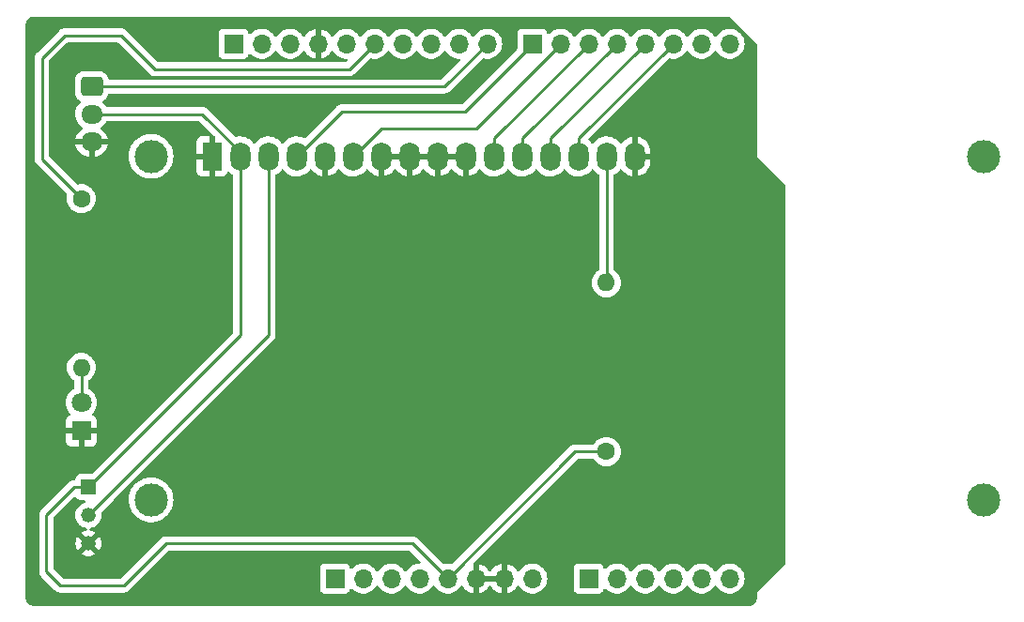
<source format=gbr>
%TF.GenerationSoftware,KiCad,Pcbnew,(7.0.0)*%
%TF.CreationDate,2023-06-18T11:15:54+02:00*%
%TF.ProjectId,Arduino_Shield_STATION-METEO,41726475-696e-46f5-9f53-6869656c645f,rev?*%
%TF.SameCoordinates,Original*%
%TF.FileFunction,Copper,L1,Top*%
%TF.FilePolarity,Positive*%
%FSLAX46Y46*%
G04 Gerber Fmt 4.6, Leading zero omitted, Abs format (unit mm)*
G04 Created by KiCad (PCBNEW (7.0.0)) date 2023-06-18 11:15:54*
%MOMM*%
%LPD*%
G01*
G04 APERTURE LIST*
G04 Aperture macros list*
%AMRoundRect*
0 Rectangle with rounded corners*
0 $1 Rounding radius*
0 $2 $3 $4 $5 $6 $7 $8 $9 X,Y pos of 4 corners*
0 Add a 4 corners polygon primitive as box body*
4,1,4,$2,$3,$4,$5,$6,$7,$8,$9,$2,$3,0*
0 Add four circle primitives for the rounded corners*
1,1,$1+$1,$2,$3*
1,1,$1+$1,$4,$5*
1,1,$1+$1,$6,$7*
1,1,$1+$1,$8,$9*
0 Add four rect primitives between the rounded corners*
20,1,$1+$1,$2,$3,$4,$5,0*
20,1,$1+$1,$4,$5,$6,$7,0*
20,1,$1+$1,$6,$7,$8,$9,0*
20,1,$1+$1,$8,$9,$2,$3,0*%
G04 Aperture macros list end*
%TA.AperFunction,ComponentPad*%
%ADD10R,1.700000X1.700000*%
%TD*%
%TA.AperFunction,ComponentPad*%
%ADD11O,1.700000X1.700000*%
%TD*%
%TA.AperFunction,ComponentPad*%
%ADD12RoundRect,0.250000X-0.725000X0.600000X-0.725000X-0.600000X0.725000X-0.600000X0.725000X0.600000X0*%
%TD*%
%TA.AperFunction,ComponentPad*%
%ADD13O,1.950000X1.700000*%
%TD*%
%TA.AperFunction,ComponentPad*%
%ADD14C,1.600000*%
%TD*%
%TA.AperFunction,ComponentPad*%
%ADD15O,1.600000X1.600000*%
%TD*%
%TA.AperFunction,ComponentPad*%
%ADD16C,1.320800*%
%TD*%
%TA.AperFunction,ComponentPad*%
%ADD17R,1.320800X1.320800*%
%TD*%
%TA.AperFunction,ComponentPad*%
%ADD18R,1.800000X1.800000*%
%TD*%
%TA.AperFunction,ComponentPad*%
%ADD19C,1.800000*%
%TD*%
%TA.AperFunction,ComponentPad*%
%ADD20C,3.000000*%
%TD*%
%TA.AperFunction,ComponentPad*%
%ADD21R,1.800000X2.600000*%
%TD*%
%TA.AperFunction,ComponentPad*%
%ADD22O,1.800000X2.600000*%
%TD*%
%TA.AperFunction,Conductor*%
%ADD23C,0.250000*%
%TD*%
G04 APERTURE END LIST*
D10*
%TO.P,J1,1,Pin_1*%
%TO.N,unconnected-(J1-Pin_1-Pad1)*%
X127939999Y-97459999D03*
D11*
%TO.P,J1,2,Pin_2*%
%TO.N,/IOREF*%
X130479999Y-97459999D03*
%TO.P,J1,3,Pin_3*%
%TO.N,/~{RESET}*%
X133019999Y-97459999D03*
%TO.P,J1,4,Pin_4*%
%TO.N,+3V3*%
X135559999Y-97459999D03*
%TO.P,J1,5,Pin_5*%
%TO.N,+5V*%
X138099999Y-97459999D03*
%TO.P,J1,6,Pin_6*%
%TO.N,GND*%
X140639999Y-97459999D03*
%TO.P,J1,7,Pin_7*%
X143179999Y-97459999D03*
%TO.P,J1,8,Pin_8*%
%TO.N,VCC*%
X145719999Y-97459999D03*
%TD*%
D10*
%TO.P,J3,1,Pin_1*%
%TO.N,/A0*%
X150799999Y-97459999D03*
D11*
%TO.P,J3,2,Pin_2*%
%TO.N,/A1*%
X153339999Y-97459999D03*
%TO.P,J3,3,Pin_3*%
%TO.N,/A2*%
X155879999Y-97459999D03*
%TO.P,J3,4,Pin_4*%
%TO.N,/A3*%
X158419999Y-97459999D03*
%TO.P,J3,5,Pin_5*%
%TO.N,/SDA{slash}A4\u002A*%
X160959999Y-97459999D03*
%TO.P,J3,6,Pin_6*%
%TO.N,/SCL{slash}A5\u002A*%
X163499999Y-97459999D03*
%TD*%
D10*
%TO.P,J2,1,Pin_1*%
%TO.N,/SCL{slash}A5*%
X118795999Y-49199999D03*
D11*
%TO.P,J2,2,Pin_2*%
%TO.N,/SDA{slash}A4*%
X121335999Y-49199999D03*
%TO.P,J2,3,Pin_3*%
%TO.N,/AREF*%
X123875999Y-49199999D03*
%TO.P,J2,4,Pin_4*%
%TO.N,GND*%
X126415999Y-49199999D03*
%TO.P,J2,5,Pin_5*%
%TO.N,/13*%
X128955999Y-49199999D03*
%TO.P,J2,6,Pin_6*%
%TO.N,/12*%
X131495999Y-49199999D03*
%TO.P,J2,7,Pin_7*%
%TO.N,/\u002A11*%
X134035999Y-49199999D03*
%TO.P,J2,8,Pin_8*%
%TO.N,/\u002A10*%
X136575999Y-49199999D03*
%TO.P,J2,9,Pin_9*%
%TO.N,/\u002A9*%
X139115999Y-49199999D03*
%TO.P,J2,10,Pin_10*%
%TO.N,/8*%
X141655999Y-49199999D03*
%TD*%
D10*
%TO.P,J4,1,Pin_1*%
%TO.N,/7*%
X145719999Y-49199999D03*
D11*
%TO.P,J4,2,Pin_2*%
%TO.N,/\u002A6*%
X148259999Y-49199999D03*
%TO.P,J4,3,Pin_3*%
%TO.N,/\u002A5*%
X150799999Y-49199999D03*
%TO.P,J4,4,Pin_4*%
%TO.N,/4*%
X153339999Y-49199999D03*
%TO.P,J4,5,Pin_5*%
%TO.N,/\u002A3*%
X155879999Y-49199999D03*
%TO.P,J4,6,Pin_6*%
%TO.N,/2*%
X158419999Y-49199999D03*
%TO.P,J4,7,Pin_7*%
%TO.N,/TX{slash}1*%
X160959999Y-49199999D03*
%TO.P,J4,8,Pin_8*%
%TO.N,/RX{slash}0*%
X163499999Y-49199999D03*
%TD*%
D12*
%TO.P,C1,1,Pin_1*%
%TO.N,/8*%
X106015000Y-53050000D03*
D13*
%TO.P,C1,2,Pin_2*%
%TO.N,+5V*%
X106014999Y-55549999D03*
%TO.P,C1,3,Pin_3*%
%TO.N,GND*%
X106014999Y-58049999D03*
%TD*%
D14*
%TO.P,R2,1*%
%TO.N,/12*%
X105080000Y-63170000D03*
D15*
%TO.P,R2,2*%
%TO.N,Net-(D1-A)*%
X105079999Y-78409999D03*
%TD*%
D16*
%TO.P,T1,1,1*%
%TO.N,GND*%
X105715000Y-94285000D03*
%TO.P,T1,2,2*%
%TO.N,Net-(DS1-VO)*%
X105715000Y-91745000D03*
D17*
%TO.P,T1,3,3*%
%TO.N,+5V*%
X105714999Y-89204999D03*
%TD*%
D18*
%TO.P,D1,1,K*%
%TO.N,GND*%
X105079999Y-84124999D03*
D19*
%TO.P,D1,2,A*%
%TO.N,Net-(D1-A)*%
X105080000Y-81585000D03*
%TD*%
D20*
%TO.P,DS1,*%
%TO.N,*%
X111361420Y-59360000D03*
X111361420Y-90360700D03*
X186360000Y-90360700D03*
X186360520Y-59360000D03*
D21*
%TO.P,DS1,1,VSS*%
%TO.N,GND*%
X116860519Y-59359999D03*
D22*
%TO.P,DS1,2,VDD*%
%TO.N,+5V*%
X119400519Y-59359999D03*
%TO.P,DS1,3,VO*%
%TO.N,Net-(DS1-VO)*%
X121940519Y-59359999D03*
%TO.P,DS1,4,RS*%
%TO.N,/7*%
X124480519Y-59359999D03*
%TO.P,DS1,5,R/W*%
%TO.N,GND*%
X127020519Y-59359999D03*
%TO.P,DS1,6,E*%
%TO.N,/\u002A6*%
X129560519Y-59359999D03*
%TO.P,DS1,7,D0*%
%TO.N,GND*%
X132100519Y-59359999D03*
%TO.P,DS1,8,D1*%
X134640519Y-59359999D03*
%TO.P,DS1,9,D2*%
X137180519Y-59359999D03*
%TO.P,DS1,10,D3*%
X139720519Y-59359999D03*
%TO.P,DS1,11,D4*%
%TO.N,/\u002A5*%
X142260519Y-59359999D03*
%TO.P,DS1,12,D5*%
%TO.N,/4*%
X144800519Y-59359999D03*
%TO.P,DS1,13,D6*%
%TO.N,/\u002A3*%
X147340519Y-59359999D03*
%TO.P,DS1,14,D7*%
%TO.N,/2*%
X149880519Y-59359999D03*
%TO.P,DS1,15,LED(+)*%
%TO.N,Net-(DS1-LED(+))*%
X152420519Y-59359999D03*
%TO.P,DS1,16,LED(-)*%
%TO.N,GND*%
X154960519Y-59359999D03*
%TD*%
D14*
%TO.P,R1,1*%
%TO.N,+5V*%
X152400200Y-86005000D03*
D15*
%TO.P,R1,2*%
%TO.N,Net-(DS1-LED(+))*%
X152400199Y-70764999D03*
%TD*%
D23*
%TO.N,+5V*%
X108890000Y-98095000D02*
X103175000Y-98095000D01*
X119400520Y-58960000D02*
X119400520Y-59360000D01*
X103175000Y-98095000D02*
X101905000Y-96825000D01*
X119400520Y-75519480D02*
X119400520Y-59360000D01*
X104445000Y-89205000D02*
X101905000Y-91745000D01*
X106015000Y-55550000D02*
X115990520Y-55550000D01*
X149555000Y-86005000D02*
X152400200Y-86005000D01*
X134925000Y-94285000D02*
X138100000Y-97460000D01*
X105715000Y-89205000D02*
X119400520Y-75519480D01*
X112700000Y-94285000D02*
X134925000Y-94285000D01*
X138100000Y-97460000D02*
X149555000Y-86005000D01*
X108890000Y-98095000D02*
X112700000Y-94285000D01*
X115990520Y-55550000D02*
X119400520Y-58960000D01*
X101905000Y-91745000D02*
X101905000Y-96825000D01*
X105715000Y-89205000D02*
X104445000Y-89205000D01*
%TO.N,/12*%
X108636000Y-48438000D02*
X103556000Y-48438000D01*
X103556000Y-48438000D02*
X101524000Y-50470000D01*
X101524000Y-59614000D02*
X105080000Y-63170000D01*
X131496000Y-49200000D02*
X129210000Y-51486000D01*
X111684000Y-51486000D02*
X108636000Y-48438000D01*
X101524000Y-50470000D02*
X101524000Y-59614000D01*
X129210000Y-51486000D02*
X111684000Y-51486000D01*
%TO.N,/8*%
X137806000Y-53050000D02*
X106015000Y-53050000D01*
X141656000Y-49200000D02*
X137806000Y-53050000D01*
%TO.N,/7*%
X145720000Y-49200000D02*
X139624000Y-55296000D01*
X139624000Y-55296000D02*
X128544520Y-55296000D01*
X128544520Y-55296000D02*
X124480520Y-59360000D01*
%TO.N,/4*%
X144800520Y-59360000D02*
X144800520Y-57739480D01*
X144800520Y-57739480D02*
X153340000Y-49200000D01*
%TO.N,/2*%
X149880520Y-59360000D02*
X149880520Y-57739480D01*
X149880520Y-57739480D02*
X158420000Y-49200000D01*
%TO.N,/\u002A6*%
X140640000Y-56820000D02*
X132100520Y-56820000D01*
X132100520Y-56820000D02*
X129560520Y-59360000D01*
X148260000Y-49200000D02*
X140640000Y-56820000D01*
%TO.N,/\u002A5*%
X142260520Y-59360000D02*
X142260520Y-57739480D01*
X142260520Y-57739480D02*
X150800000Y-49200000D01*
%TO.N,/\u002A3*%
X147340520Y-57739480D02*
X155880000Y-49200000D01*
X147340520Y-59360000D02*
X147340520Y-57739480D01*
%TO.N,Net-(DS1-VO)*%
X105715000Y-91745000D02*
X121940520Y-75519480D01*
X121940520Y-75519480D02*
X121940520Y-59360000D01*
%TO.N,Net-(DS1-LED(+))*%
X152420520Y-59360000D02*
X152420520Y-69870520D01*
X152420520Y-69870520D02*
X152705000Y-70155000D01*
X152705000Y-70155000D02*
X152400200Y-70459800D01*
X152400200Y-70459800D02*
X152400200Y-70765000D01*
%TO.N,Net-(D1-A)*%
X105080000Y-78410000D02*
X105080000Y-81585000D01*
%TD*%
%TA.AperFunction,Conductor*%
%TO.N,GND*%
G36*
X163464818Y-46744939D02*
G01*
X163505046Y-46771819D01*
X165928181Y-49194954D01*
X165955061Y-49235182D01*
X165964500Y-49282635D01*
X165964500Y-59331325D01*
X165964273Y-59336519D01*
X165962393Y-59339205D01*
X165963338Y-59350011D01*
X165963338Y-59350014D01*
X165964028Y-59357897D01*
X165964138Y-59360416D01*
X165964357Y-59361658D01*
X165964500Y-59363293D01*
X165964500Y-59371258D01*
X165964500Y-59373312D01*
X165964290Y-59373312D01*
X165964100Y-59375174D01*
X165964478Y-59376583D01*
X165965653Y-59376481D01*
X165967182Y-59393955D01*
X165974067Y-59400840D01*
X165975121Y-59402495D01*
X165978452Y-59411645D01*
X165987848Y-59417070D01*
X165996158Y-59424042D01*
X165995652Y-59424644D01*
X166005185Y-59431958D01*
X168468181Y-61894954D01*
X168495061Y-61935182D01*
X168504500Y-61982635D01*
X168504500Y-96107364D01*
X168495061Y-96154817D01*
X168468181Y-96195045D01*
X166006889Y-98656335D01*
X166003053Y-98659849D01*
X165999828Y-98660419D01*
X165992860Y-98668721D01*
X165992853Y-98668728D01*
X165987759Y-98674800D01*
X165986060Y-98676654D01*
X165985334Y-98677690D01*
X165984289Y-98678936D01*
X165978658Y-98684567D01*
X165978654Y-98684571D01*
X165978290Y-98684936D01*
X165977207Y-98686018D01*
X165977059Y-98685870D01*
X165975600Y-98687059D01*
X165974869Y-98688326D01*
X165975773Y-98689085D01*
X165971471Y-98694211D01*
X165971469Y-98694214D01*
X165964500Y-98702520D01*
X165964500Y-98712252D01*
X165964073Y-98714177D01*
X165959960Y-98722998D01*
X165962767Y-98733473D01*
X165963713Y-98744286D01*
X165962932Y-98744354D01*
X165964500Y-98756268D01*
X165964500Y-99231907D01*
X165963903Y-99244062D01*
X165952505Y-99359778D01*
X165947763Y-99383618D01*
X165917832Y-99482290D01*
X165915789Y-99489024D01*
X165906486Y-99511482D01*
X165854561Y-99608627D01*
X165841056Y-99628839D01*
X165771176Y-99713988D01*
X165753988Y-99731176D01*
X165668839Y-99801056D01*
X165648627Y-99814561D01*
X165551482Y-99866486D01*
X165529028Y-99875787D01*
X165487028Y-99888528D01*
X165423618Y-99907763D01*
X165399778Y-99912505D01*
X165291162Y-99923203D01*
X165284060Y-99923903D01*
X165271907Y-99924500D01*
X100768093Y-99924500D01*
X100755939Y-99923903D01*
X100747995Y-99923120D01*
X100640221Y-99912505D01*
X100616381Y-99907763D01*
X100599445Y-99902625D01*
X100510968Y-99875786D01*
X100488517Y-99866486D01*
X100391372Y-99814561D01*
X100371160Y-99801056D01*
X100286011Y-99731176D01*
X100268823Y-99713988D01*
X100198943Y-99628839D01*
X100185438Y-99608627D01*
X100133510Y-99511476D01*
X100124215Y-99489037D01*
X100092234Y-99383612D01*
X100087494Y-99359777D01*
X100076097Y-99244061D01*
X100075500Y-99231907D01*
X100075500Y-85069518D01*
X103680000Y-85069518D01*
X103680353Y-85076114D01*
X103685573Y-85124667D01*
X103689111Y-85139641D01*
X103733547Y-85258777D01*
X103741962Y-85274189D01*
X103817498Y-85375092D01*
X103829907Y-85387501D01*
X103930810Y-85463037D01*
X103946222Y-85471452D01*
X104065358Y-85515888D01*
X104080332Y-85519426D01*
X104128885Y-85524646D01*
X104135482Y-85525000D01*
X104813674Y-85525000D01*
X104826549Y-85521549D01*
X104830000Y-85508674D01*
X105330000Y-85508674D01*
X105333450Y-85521549D01*
X105346326Y-85525000D01*
X106024518Y-85525000D01*
X106031114Y-85524646D01*
X106079667Y-85519426D01*
X106094641Y-85515888D01*
X106213777Y-85471452D01*
X106229189Y-85463037D01*
X106330092Y-85387501D01*
X106342501Y-85375092D01*
X106418037Y-85274189D01*
X106426452Y-85258777D01*
X106470888Y-85139641D01*
X106474426Y-85124667D01*
X106479646Y-85076114D01*
X106480000Y-85069518D01*
X106480000Y-84391326D01*
X106476549Y-84378450D01*
X106463674Y-84375000D01*
X105346326Y-84375000D01*
X105333450Y-84378450D01*
X105330000Y-84391326D01*
X105330000Y-85508674D01*
X104830000Y-85508674D01*
X104830000Y-84391326D01*
X104826549Y-84378450D01*
X104813674Y-84375000D01*
X103696326Y-84375000D01*
X103683450Y-84378450D01*
X103680000Y-84391326D01*
X103680000Y-85069518D01*
X100075500Y-85069518D01*
X100075500Y-81585000D01*
X103666673Y-81585000D01*
X103667097Y-81590117D01*
X103685524Y-81812506D01*
X103685525Y-81812514D01*
X103685949Y-81817626D01*
X103687206Y-81822593D01*
X103687208Y-81822600D01*
X103741992Y-82038936D01*
X103743251Y-82043907D01*
X103745311Y-82048603D01*
X103834955Y-82252972D01*
X103834958Y-82252978D01*
X103837016Y-82257669D01*
X103839816Y-82261955D01*
X103839820Y-82261962D01*
X103959309Y-82444853D01*
X103964686Y-82453083D01*
X103968160Y-82456856D01*
X103968161Y-82456858D01*
X104058073Y-82554528D01*
X104086846Y-82607281D01*
X104087439Y-82667367D01*
X104059712Y-82720677D01*
X104010177Y-82754692D01*
X103946226Y-82778544D01*
X103930810Y-82786962D01*
X103829907Y-82862498D01*
X103817498Y-82874907D01*
X103741962Y-82975810D01*
X103733547Y-82991222D01*
X103689111Y-83110358D01*
X103685573Y-83125332D01*
X103680353Y-83173885D01*
X103680000Y-83180482D01*
X103680000Y-83858674D01*
X103683450Y-83871549D01*
X103696326Y-83875000D01*
X106463674Y-83875000D01*
X106476549Y-83871549D01*
X106480000Y-83858674D01*
X106480000Y-83180482D01*
X106479646Y-83173885D01*
X106474426Y-83125332D01*
X106470888Y-83110358D01*
X106426452Y-82991222D01*
X106418037Y-82975810D01*
X106342501Y-82874907D01*
X106330092Y-82862498D01*
X106229189Y-82786962D01*
X106213779Y-82778548D01*
X106149822Y-82754693D01*
X106100287Y-82720678D01*
X106072560Y-82667367D01*
X106073153Y-82607280D01*
X106101925Y-82554528D01*
X106195314Y-82453083D01*
X106322984Y-82257669D01*
X106416749Y-82043907D01*
X106474051Y-81817626D01*
X106493327Y-81585000D01*
X106474051Y-81352374D01*
X106416749Y-81126093D01*
X106322984Y-80912331D01*
X106195314Y-80716917D01*
X106037220Y-80545182D01*
X105853017Y-80401810D01*
X105848512Y-80399372D01*
X105848506Y-80399368D01*
X105778483Y-80361474D01*
X105730977Y-80315893D01*
X105713500Y-80252419D01*
X105713500Y-79628353D01*
X105727511Y-79571096D01*
X105766376Y-79526778D01*
X105797256Y-79505155D01*
X105924300Y-79416198D01*
X106086198Y-79254300D01*
X106217523Y-79066749D01*
X106314284Y-78859243D01*
X106373543Y-78638087D01*
X106393498Y-78410000D01*
X106373543Y-78181913D01*
X106314284Y-77960757D01*
X106217523Y-77753251D01*
X106086198Y-77565700D01*
X105924300Y-77403802D01*
X105919869Y-77400699D01*
X105919865Y-77400696D01*
X105741186Y-77275584D01*
X105741187Y-77275584D01*
X105736749Y-77272477D01*
X105731834Y-77270185D01*
X105534146Y-77178002D01*
X105534143Y-77178000D01*
X105529243Y-77175716D01*
X105524028Y-77174318D01*
X105524021Y-77174316D01*
X105313319Y-77117858D01*
X105313308Y-77117856D01*
X105308087Y-77116457D01*
X105302695Y-77115985D01*
X105302688Y-77115984D01*
X105085395Y-77096974D01*
X105080000Y-77096502D01*
X105074605Y-77096974D01*
X104857311Y-77115984D01*
X104857302Y-77115985D01*
X104851913Y-77116457D01*
X104846692Y-77117855D01*
X104846680Y-77117858D01*
X104635978Y-77174316D01*
X104635967Y-77174319D01*
X104630757Y-77175716D01*
X104625860Y-77177999D01*
X104625853Y-77178002D01*
X104428165Y-77270185D01*
X104428159Y-77270188D01*
X104423251Y-77272477D01*
X104418817Y-77275581D01*
X104418813Y-77275584D01*
X104240134Y-77400696D01*
X104240124Y-77400703D01*
X104235700Y-77403802D01*
X104231874Y-77407627D01*
X104231868Y-77407633D01*
X104077633Y-77561868D01*
X104077627Y-77561874D01*
X104073802Y-77565700D01*
X104070703Y-77570124D01*
X104070696Y-77570134D01*
X103945584Y-77748813D01*
X103945581Y-77748817D01*
X103942477Y-77753251D01*
X103940188Y-77758159D01*
X103940185Y-77758165D01*
X103848002Y-77955853D01*
X103847999Y-77955860D01*
X103845716Y-77960757D01*
X103844319Y-77965967D01*
X103844316Y-77965978D01*
X103787858Y-78176680D01*
X103787855Y-78176692D01*
X103786457Y-78181913D01*
X103785985Y-78187302D01*
X103785984Y-78187311D01*
X103766974Y-78404605D01*
X103766502Y-78410000D01*
X103766974Y-78415395D01*
X103785984Y-78632688D01*
X103785985Y-78632695D01*
X103786457Y-78638087D01*
X103787856Y-78643308D01*
X103787858Y-78643319D01*
X103844316Y-78854021D01*
X103844318Y-78854028D01*
X103845716Y-78859243D01*
X103942477Y-79066749D01*
X103945584Y-79071186D01*
X104070696Y-79249865D01*
X104070699Y-79249869D01*
X104073802Y-79254300D01*
X104235700Y-79416198D01*
X104240132Y-79419301D01*
X104240134Y-79419303D01*
X104393624Y-79526778D01*
X104432489Y-79571096D01*
X104446500Y-79628353D01*
X104446500Y-80252419D01*
X104429023Y-80315893D01*
X104381517Y-80361474D01*
X104311493Y-80399368D01*
X104311481Y-80399375D01*
X104306983Y-80401810D01*
X104302946Y-80404951D01*
X104302937Y-80404958D01*
X104126821Y-80542036D01*
X104126815Y-80542040D01*
X104122780Y-80545182D01*
X104119318Y-80548941D01*
X104119311Y-80548949D01*
X103968161Y-80713141D01*
X103968155Y-80713148D01*
X103964686Y-80716917D01*
X103961881Y-80721208D01*
X103961878Y-80721214D01*
X103839820Y-80908037D01*
X103839813Y-80908049D01*
X103837016Y-80912331D01*
X103834961Y-80917015D01*
X103834955Y-80917027D01*
X103745311Y-81121396D01*
X103743251Y-81126093D01*
X103741993Y-81131058D01*
X103741992Y-81131063D01*
X103687208Y-81347399D01*
X103687206Y-81347408D01*
X103685949Y-81352374D01*
X103685525Y-81357483D01*
X103685524Y-81357493D01*
X103667097Y-81579883D01*
X103666673Y-81585000D01*
X100075500Y-81585000D01*
X100075500Y-50449943D01*
X100885780Y-50449943D01*
X100886514Y-50457708D01*
X100886514Y-50457711D01*
X100889950Y-50494058D01*
X100890500Y-50505727D01*
X100890500Y-59535154D01*
X100889968Y-59546437D01*
X100888298Y-59553909D01*
X100888543Y-59561705D01*
X100888543Y-59561707D01*
X100890439Y-59622017D01*
X100890500Y-59625913D01*
X100890500Y-59653856D01*
X100890988Y-59657721D01*
X100890989Y-59657732D01*
X100891019Y-59657970D01*
X100891934Y-59669596D01*
X100893081Y-59706096D01*
X100893082Y-59706103D01*
X100893327Y-59713889D01*
X100895500Y-59721370D01*
X100895502Y-59721380D01*
X100899022Y-59733495D01*
X100902967Y-59752542D01*
X100905526Y-59772797D01*
X100908395Y-59780045D01*
X100908398Y-59780054D01*
X100921838Y-59814001D01*
X100925621Y-59825048D01*
X100937982Y-59867593D01*
X100941953Y-59874308D01*
X100941954Y-59874310D01*
X100948375Y-59885168D01*
X100956930Y-59902631D01*
X100964448Y-59921617D01*
X100969030Y-59927924D01*
X100969031Y-59927925D01*
X100990491Y-59957462D01*
X100996905Y-59967227D01*
X101019458Y-60005362D01*
X101024975Y-60010879D01*
X101024976Y-60010880D01*
X101033889Y-60019793D01*
X101046525Y-60034588D01*
X101053938Y-60044791D01*
X101053943Y-60044796D01*
X101058528Y-60051107D01*
X101092667Y-60079349D01*
X101101308Y-60087212D01*
X103771664Y-62757568D01*
X103803758Y-62813155D01*
X103803758Y-62877341D01*
X103787857Y-62936684D01*
X103787854Y-62936695D01*
X103786457Y-62941913D01*
X103785985Y-62947298D01*
X103785985Y-62947303D01*
X103766974Y-63164605D01*
X103766502Y-63170000D01*
X103766974Y-63175395D01*
X103785984Y-63392688D01*
X103785985Y-63392695D01*
X103786457Y-63398087D01*
X103787856Y-63403308D01*
X103787858Y-63403319D01*
X103844316Y-63614021D01*
X103844318Y-63614028D01*
X103845716Y-63619243D01*
X103942477Y-63826749D01*
X103945584Y-63831186D01*
X104070696Y-64009865D01*
X104070699Y-64009869D01*
X104073802Y-64014300D01*
X104235700Y-64176198D01*
X104423251Y-64307523D01*
X104630757Y-64404284D01*
X104635977Y-64405682D01*
X104635978Y-64405683D01*
X104846680Y-64462141D01*
X104846682Y-64462141D01*
X104851913Y-64463543D01*
X105080000Y-64483498D01*
X105308087Y-64463543D01*
X105529243Y-64404284D01*
X105736749Y-64307523D01*
X105924300Y-64176198D01*
X106086198Y-64014300D01*
X106217523Y-63826749D01*
X106314284Y-63619243D01*
X106373543Y-63398087D01*
X106393498Y-63170000D01*
X106373543Y-62941913D01*
X106314284Y-62720757D01*
X106217523Y-62513251D01*
X106086198Y-62325700D01*
X105924300Y-62163802D01*
X105919869Y-62160699D01*
X105919865Y-62160696D01*
X105741186Y-62035584D01*
X105741187Y-62035584D01*
X105736749Y-62032477D01*
X105629862Y-61982635D01*
X105534146Y-61938002D01*
X105534143Y-61938000D01*
X105529243Y-61935716D01*
X105524028Y-61934318D01*
X105524021Y-61934316D01*
X105313319Y-61877858D01*
X105313308Y-61877856D01*
X105308087Y-61876457D01*
X105302695Y-61875985D01*
X105302688Y-61875984D01*
X105085395Y-61856974D01*
X105080000Y-61856502D01*
X105074605Y-61856974D01*
X104857303Y-61875985D01*
X104857298Y-61875985D01*
X104851913Y-61876457D01*
X104846690Y-61877856D01*
X104846687Y-61877857D01*
X104787343Y-61893758D01*
X104723156Y-61893758D01*
X104667569Y-61861664D01*
X102193819Y-59387914D01*
X102166939Y-59347686D01*
X102157500Y-59300233D01*
X102157500Y-58302551D01*
X104562688Y-58302551D01*
X104563056Y-58313780D01*
X104615168Y-58508263D01*
X104618856Y-58518397D01*
X104714110Y-58722667D01*
X104719508Y-58732017D01*
X104848784Y-58916642D01*
X104855719Y-58924907D01*
X105015092Y-59084280D01*
X105023357Y-59091215D01*
X105207982Y-59220491D01*
X105217332Y-59225889D01*
X105421602Y-59321143D01*
X105431736Y-59324831D01*
X105649446Y-59383166D01*
X105660078Y-59385041D01*
X105747823Y-59392718D01*
X105761265Y-59390146D01*
X105765000Y-59376978D01*
X106265000Y-59376978D01*
X106268734Y-59390146D01*
X106282176Y-59392718D01*
X106369921Y-59385041D01*
X106380553Y-59383166D01*
X106467010Y-59360000D01*
X109348227Y-59360000D01*
X109348516Y-59364225D01*
X109366415Y-59625913D01*
X109366978Y-59634130D01*
X109367839Y-59638277D01*
X109367841Y-59638286D01*
X109420889Y-59893563D01*
X109422882Y-59903153D01*
X109424300Y-59907144D01*
X109424303Y-59907153D01*
X109499599Y-60119014D01*
X109514897Y-60162058D01*
X109641309Y-60406023D01*
X109643755Y-60409488D01*
X109797318Y-60627039D01*
X109797322Y-60627044D01*
X109799763Y-60630502D01*
X109987309Y-60831314D01*
X110200451Y-61004718D01*
X110435220Y-61147484D01*
X110687243Y-61256953D01*
X110896245Y-61315512D01*
X110947744Y-61329942D01*
X110947746Y-61329942D01*
X110951824Y-61331085D01*
X111224035Y-61368500D01*
X111494568Y-61368500D01*
X111498805Y-61368500D01*
X111771016Y-61331085D01*
X112035597Y-61256953D01*
X112287620Y-61147484D01*
X112522389Y-61004718D01*
X112735531Y-60831314D01*
X112853951Y-60704518D01*
X115460520Y-60704518D01*
X115460873Y-60711114D01*
X115466093Y-60759667D01*
X115469631Y-60774641D01*
X115514067Y-60893777D01*
X115522482Y-60909189D01*
X115598018Y-61010092D01*
X115610427Y-61022501D01*
X115711330Y-61098037D01*
X115726742Y-61106452D01*
X115845878Y-61150888D01*
X115860852Y-61154426D01*
X115909405Y-61159646D01*
X115916002Y-61160000D01*
X116594194Y-61160000D01*
X116607069Y-61156549D01*
X116610520Y-61143674D01*
X116610520Y-59626326D01*
X116607069Y-59613450D01*
X116594194Y-59610000D01*
X115476846Y-59610000D01*
X115463970Y-59613450D01*
X115460520Y-59626326D01*
X115460520Y-60704518D01*
X112853951Y-60704518D01*
X112923077Y-60630502D01*
X113081531Y-60406023D01*
X113207943Y-60162058D01*
X113299958Y-59903153D01*
X113355862Y-59634130D01*
X113374613Y-59360000D01*
X113356396Y-59093674D01*
X115460520Y-59093674D01*
X115463970Y-59106549D01*
X115476846Y-59110000D01*
X116594194Y-59110000D01*
X116607069Y-59106549D01*
X116610520Y-59093674D01*
X116610520Y-57576326D01*
X116607069Y-57563450D01*
X116594194Y-57560000D01*
X115916002Y-57560000D01*
X115909405Y-57560353D01*
X115860852Y-57565573D01*
X115845878Y-57569111D01*
X115726742Y-57613547D01*
X115711330Y-57621962D01*
X115610427Y-57697498D01*
X115598018Y-57709907D01*
X115522482Y-57810810D01*
X115514067Y-57826222D01*
X115469631Y-57945358D01*
X115466093Y-57960332D01*
X115460873Y-58008885D01*
X115460520Y-58015482D01*
X115460520Y-59093674D01*
X113356396Y-59093674D01*
X113355862Y-59085870D01*
X113299958Y-58816847D01*
X113207943Y-58557942D01*
X113081531Y-58313977D01*
X112923077Y-58089498D01*
X112735531Y-57888686D01*
X112732249Y-57886016D01*
X112732246Y-57886013D01*
X112626521Y-57800000D01*
X112522389Y-57715282D01*
X112518765Y-57713078D01*
X112518762Y-57713076D01*
X112291238Y-57574716D01*
X112291236Y-57574715D01*
X112287620Y-57572516D01*
X112245397Y-57554176D01*
X112039478Y-57464732D01*
X112039468Y-57464728D01*
X112035597Y-57463047D01*
X112010796Y-57456098D01*
X111775095Y-57390057D01*
X111775082Y-57390054D01*
X111771016Y-57388915D01*
X111766826Y-57388339D01*
X111766816Y-57388337D01*
X111503002Y-57352076D01*
X111502989Y-57352075D01*
X111498805Y-57351500D01*
X111224035Y-57351500D01*
X111219851Y-57352075D01*
X111219837Y-57352076D01*
X110956023Y-57388337D01*
X110956010Y-57388339D01*
X110951824Y-57388915D01*
X110947760Y-57390053D01*
X110947744Y-57390057D01*
X110691314Y-57461906D01*
X110691309Y-57461907D01*
X110687243Y-57463047D01*
X110683376Y-57464726D01*
X110683361Y-57464732D01*
X110439103Y-57570829D01*
X110439098Y-57570831D01*
X110435220Y-57572516D01*
X110431609Y-57574711D01*
X110431601Y-57574716D01*
X110204077Y-57713076D01*
X110204066Y-57713083D01*
X110200451Y-57715282D01*
X110197161Y-57717958D01*
X110197159Y-57717960D01*
X109990593Y-57886013D01*
X109990582Y-57886022D01*
X109987309Y-57888686D01*
X109984430Y-57891768D01*
X109984421Y-57891777D01*
X109802651Y-58086405D01*
X109802646Y-58086410D01*
X109799763Y-58089498D01*
X109797327Y-58092948D01*
X109797318Y-58092960D01*
X109643755Y-58310511D01*
X109643751Y-58310516D01*
X109641309Y-58313977D01*
X109639363Y-58317731D01*
X109639359Y-58317739D01*
X109516846Y-58554179D01*
X109516841Y-58554188D01*
X109514897Y-58557942D01*
X109513480Y-58561927D01*
X109513476Y-58561938D01*
X109424303Y-58812846D01*
X109424299Y-58812858D01*
X109422882Y-58816847D01*
X109422019Y-58820997D01*
X109422018Y-58821003D01*
X109367841Y-59081713D01*
X109367839Y-59081724D01*
X109366978Y-59085870D01*
X109366689Y-59090094D01*
X109366688Y-59090102D01*
X109352315Y-59300233D01*
X109348227Y-59360000D01*
X106467010Y-59360000D01*
X106598263Y-59324831D01*
X106608397Y-59321143D01*
X106812667Y-59225889D01*
X106822017Y-59220491D01*
X107006642Y-59091215D01*
X107014907Y-59084280D01*
X107174278Y-58924909D01*
X107181215Y-58916643D01*
X107310498Y-58732008D01*
X107315886Y-58722676D01*
X107411143Y-58518397D01*
X107414831Y-58508263D01*
X107466943Y-58313780D01*
X107467311Y-58302551D01*
X107456369Y-58300000D01*
X106281326Y-58300000D01*
X106268450Y-58303450D01*
X106265000Y-58316326D01*
X106265000Y-59376978D01*
X105765000Y-59376978D01*
X105765000Y-58316326D01*
X105761549Y-58303450D01*
X105748674Y-58300000D01*
X104573631Y-58300000D01*
X104562688Y-58302551D01*
X102157500Y-58302551D01*
X102157500Y-50783766D01*
X102166939Y-50736313D01*
X102193819Y-50696085D01*
X103782086Y-49107819D01*
X103822314Y-49080939D01*
X103869767Y-49071500D01*
X108322234Y-49071500D01*
X108369687Y-49080939D01*
X108409915Y-49107819D01*
X111180302Y-51878207D01*
X111187898Y-51886555D01*
X111192000Y-51893018D01*
X111241684Y-51939674D01*
X111244448Y-51942353D01*
X111264230Y-51962135D01*
X111267306Y-51964521D01*
X111267503Y-51964674D01*
X111276383Y-51972259D01*
X111289974Y-51985022D01*
X111308679Y-52002586D01*
X111326565Y-52012418D01*
X111342829Y-52023102D01*
X111352792Y-52030831D01*
X111352795Y-52030833D01*
X111358959Y-52035614D01*
X111366122Y-52038713D01*
X111366123Y-52038714D01*
X111399616Y-52053207D01*
X111410112Y-52058348D01*
X111448940Y-52079695D01*
X111468716Y-52084772D01*
X111487123Y-52091075D01*
X111498691Y-52096081D01*
X111498692Y-52096081D01*
X111505855Y-52099181D01*
X111549621Y-52106112D01*
X111561041Y-52108477D01*
X111603970Y-52119500D01*
X111624385Y-52119500D01*
X111643783Y-52121027D01*
X111663943Y-52124220D01*
X111702476Y-52120577D01*
X111708058Y-52120050D01*
X111719727Y-52119500D01*
X129131154Y-52119500D01*
X129142437Y-52120031D01*
X129149909Y-52121702D01*
X129218017Y-52119560D01*
X129221913Y-52119500D01*
X129245958Y-52119500D01*
X129249856Y-52119500D01*
X129253724Y-52119011D01*
X129253947Y-52118983D01*
X129265608Y-52118064D01*
X129309889Y-52116673D01*
X129329490Y-52110977D01*
X129348541Y-52107032D01*
X129368797Y-52104474D01*
X129402638Y-52091075D01*
X129409993Y-52088163D01*
X129421043Y-52084379D01*
X129463593Y-52072018D01*
X129481165Y-52061625D01*
X129498632Y-52053068D01*
X129517617Y-52045552D01*
X129553475Y-52019498D01*
X129563223Y-52013096D01*
X129601362Y-51990542D01*
X129615793Y-51976110D01*
X129630588Y-51963472D01*
X129647107Y-51951472D01*
X129675360Y-51917318D01*
X129683203Y-51908699D01*
X131039357Y-50552545D01*
X131094119Y-50520677D01*
X131157233Y-50520025D01*
X131161365Y-50521444D01*
X131383431Y-50558500D01*
X131603436Y-50558500D01*
X131608569Y-50558500D01*
X131830635Y-50521444D01*
X132043574Y-50448342D01*
X132241576Y-50341189D01*
X132419240Y-50202906D01*
X132571722Y-50037268D01*
X132662192Y-49898793D01*
X132706981Y-49857562D01*
X132765998Y-49842616D01*
X132825016Y-49857561D01*
X132869807Y-49898794D01*
X132957468Y-50032969D01*
X132957476Y-50032979D01*
X132960278Y-50037268D01*
X132963752Y-50041041D01*
X132963753Y-50041043D01*
X133109288Y-50199135D01*
X133109291Y-50199138D01*
X133112760Y-50202906D01*
X133116801Y-50206051D01*
X133286376Y-50338039D01*
X133286381Y-50338042D01*
X133290424Y-50341189D01*
X133294931Y-50343628D01*
X133294934Y-50343630D01*
X133483919Y-50445903D01*
X133488426Y-50448342D01*
X133701365Y-50521444D01*
X133923431Y-50558500D01*
X134143436Y-50558500D01*
X134148569Y-50558500D01*
X134370635Y-50521444D01*
X134583574Y-50448342D01*
X134781576Y-50341189D01*
X134959240Y-50202906D01*
X135111722Y-50037268D01*
X135116170Y-50030461D01*
X135202191Y-49898795D01*
X135246982Y-49857561D01*
X135306000Y-49842616D01*
X135365018Y-49857561D01*
X135409809Y-49898795D01*
X135497470Y-50032972D01*
X135497478Y-50032982D01*
X135500278Y-50037268D01*
X135503752Y-50041041D01*
X135503753Y-50041043D01*
X135649288Y-50199135D01*
X135649291Y-50199138D01*
X135652760Y-50202906D01*
X135656801Y-50206051D01*
X135826376Y-50338039D01*
X135826381Y-50338042D01*
X135830424Y-50341189D01*
X135834931Y-50343628D01*
X135834934Y-50343630D01*
X136023919Y-50445903D01*
X136028426Y-50448342D01*
X136241365Y-50521444D01*
X136463431Y-50558500D01*
X136683436Y-50558500D01*
X136688569Y-50558500D01*
X136910635Y-50521444D01*
X137123574Y-50448342D01*
X137321576Y-50341189D01*
X137499240Y-50202906D01*
X137651722Y-50037268D01*
X137656170Y-50030461D01*
X137742191Y-49898795D01*
X137786982Y-49857561D01*
X137846000Y-49842616D01*
X137905018Y-49857561D01*
X137949809Y-49898795D01*
X138037470Y-50032972D01*
X138037478Y-50032982D01*
X138040278Y-50037268D01*
X138043752Y-50041041D01*
X138043753Y-50041043D01*
X138189288Y-50199135D01*
X138189291Y-50199138D01*
X138192760Y-50202906D01*
X138196801Y-50206051D01*
X138366376Y-50338039D01*
X138366381Y-50338042D01*
X138370424Y-50341189D01*
X138374931Y-50343628D01*
X138374934Y-50343630D01*
X138563919Y-50445903D01*
X138568426Y-50448342D01*
X138781365Y-50521444D01*
X139003431Y-50558500D01*
X139008564Y-50558500D01*
X139102232Y-50558500D01*
X139158527Y-50572015D01*
X139202550Y-50609615D01*
X139224705Y-50663102D01*
X139220163Y-50720818D01*
X139189913Y-50770181D01*
X137579914Y-52380181D01*
X137539686Y-52407061D01*
X137492233Y-52416500D01*
X107612218Y-52416500D01*
X107553896Y-52401928D01*
X107509281Y-52361637D01*
X107490226Y-52308879D01*
X107489992Y-52308930D01*
X107489624Y-52307214D01*
X107488860Y-52305097D01*
X107488794Y-52304462D01*
X107487887Y-52295574D01*
X107432115Y-52127262D01*
X107428269Y-52121027D01*
X107383487Y-52048424D01*
X107339030Y-51976348D01*
X107213652Y-51850970D01*
X107161809Y-51818992D01*
X107068887Y-51761677D01*
X107068881Y-51761674D01*
X107062738Y-51757885D01*
X107055880Y-51755612D01*
X107055877Y-51755611D01*
X106900850Y-51704241D01*
X106900844Y-51704239D01*
X106894426Y-51702113D01*
X106887696Y-51701425D01*
X106887694Y-51701425D01*
X106793674Y-51691819D01*
X106793660Y-51691818D01*
X106790545Y-51691500D01*
X106787397Y-51691500D01*
X105242604Y-51691500D01*
X105242584Y-51691500D01*
X105239456Y-51691501D01*
X105236343Y-51691818D01*
X105236323Y-51691820D01*
X105142313Y-51701424D01*
X105142307Y-51701425D01*
X105135574Y-51702113D01*
X105129144Y-51704243D01*
X105129142Y-51704244D01*
X104974122Y-51755611D01*
X104974115Y-51755613D01*
X104967262Y-51757885D01*
X104961121Y-51761672D01*
X104961112Y-51761677D01*
X104822497Y-51847177D01*
X104816348Y-51850970D01*
X104811240Y-51856077D01*
X104811236Y-51856081D01*
X104696081Y-51971236D01*
X104696077Y-51971240D01*
X104690970Y-51976348D01*
X104687178Y-51982495D01*
X104687177Y-51982497D01*
X104601677Y-52121112D01*
X104601672Y-52121121D01*
X104597885Y-52127262D01*
X104595613Y-52134115D01*
X104595611Y-52134122D01*
X104544241Y-52289149D01*
X104544239Y-52289157D01*
X104542113Y-52295574D01*
X104541425Y-52302302D01*
X104541425Y-52302305D01*
X104531819Y-52396325D01*
X104531818Y-52396340D01*
X104531500Y-52399455D01*
X104531500Y-52402601D01*
X104531500Y-52402602D01*
X104531500Y-53697395D01*
X104531500Y-53697414D01*
X104531501Y-53700544D01*
X104531819Y-53703657D01*
X104531820Y-53703676D01*
X104541424Y-53797686D01*
X104541424Y-53797690D01*
X104542113Y-53804426D01*
X104544244Y-53810857D01*
X104595611Y-53965877D01*
X104595612Y-53965880D01*
X104597885Y-53972738D01*
X104601674Y-53978881D01*
X104601677Y-53978887D01*
X104658992Y-54071809D01*
X104690970Y-54123652D01*
X104816348Y-54249030D01*
X104963418Y-54339744D01*
X104964506Y-54340415D01*
X105004342Y-54379885D01*
X105022716Y-54432866D01*
X105015873Y-54488524D01*
X104985210Y-54535476D01*
X104870327Y-54645582D01*
X104870320Y-54645589D01*
X104866524Y-54649228D01*
X104863396Y-54653457D01*
X104863391Y-54653463D01*
X104732148Y-54830915D01*
X104732141Y-54830926D01*
X104729015Y-54835153D01*
X104726643Y-54839856D01*
X104726642Y-54839859D01*
X104647269Y-54997287D01*
X104624905Y-55041643D01*
X104623364Y-55046673D01*
X104623363Y-55046677D01*
X104558730Y-55257722D01*
X104558727Y-55257732D01*
X104557189Y-55262757D01*
X104527816Y-55492135D01*
X104537631Y-55723178D01*
X104538738Y-55728318D01*
X104538740Y-55728327D01*
X104584131Y-55938939D01*
X104586351Y-55949238D01*
X104588313Y-55954121D01*
X104588315Y-55954127D01*
X104667096Y-56150181D01*
X104672574Y-56163813D01*
X104686543Y-56186500D01*
X104787176Y-56349939D01*
X104793821Y-56360730D01*
X104859596Y-56435466D01*
X104943116Y-56530364D01*
X104943121Y-56530368D01*
X104946602Y-56534324D01*
X105126524Y-56679600D01*
X105131124Y-56682170D01*
X105131126Y-56682171D01*
X105158030Y-56697201D01*
X105202876Y-56740005D01*
X105221396Y-56799169D01*
X105208961Y-56859904D01*
X105168679Y-56907029D01*
X105023352Y-57008788D01*
X105015092Y-57015719D01*
X104855721Y-57175090D01*
X104848784Y-57183356D01*
X104719501Y-57367991D01*
X104714113Y-57377323D01*
X104618856Y-57581602D01*
X104615168Y-57591736D01*
X104563056Y-57786219D01*
X104562688Y-57797448D01*
X104573631Y-57800000D01*
X107456369Y-57800000D01*
X107467311Y-57797448D01*
X107466943Y-57786219D01*
X107414831Y-57591736D01*
X107411143Y-57581602D01*
X107315889Y-57377332D01*
X107310491Y-57367982D01*
X107181215Y-57183357D01*
X107174280Y-57175092D01*
X107014907Y-57015719D01*
X107006647Y-57008788D01*
X106860088Y-56906166D01*
X106820987Y-56861393D01*
X106807216Y-56803567D01*
X106821940Y-56745976D01*
X106861776Y-56701856D01*
X106894705Y-56679600D01*
X106996523Y-56610783D01*
X107163476Y-56450772D01*
X107300985Y-56264847D01*
X107307625Y-56251676D01*
X107353334Y-56201911D01*
X107418349Y-56183500D01*
X115676754Y-56183500D01*
X115724207Y-56192939D01*
X115764435Y-56219819D01*
X117074201Y-57529585D01*
X117101081Y-57569813D01*
X117110520Y-57617266D01*
X117110520Y-61143674D01*
X117113970Y-61156549D01*
X117126846Y-61160000D01*
X117805038Y-61160000D01*
X117811634Y-61159646D01*
X117860187Y-61154426D01*
X117875161Y-61150888D01*
X117994297Y-61106452D01*
X118009709Y-61098037D01*
X118110612Y-61022501D01*
X118123021Y-61010092D01*
X118198557Y-60909189D01*
X118206973Y-60893776D01*
X118230176Y-60831566D01*
X118265653Y-60780756D01*
X118321286Y-60753459D01*
X118383181Y-60756492D01*
X118435881Y-60789097D01*
X118466595Y-60821144D01*
X118659363Y-60963715D01*
X118664068Y-60966087D01*
X118698845Y-60983622D01*
X118748610Y-61029331D01*
X118767020Y-61094345D01*
X118767020Y-75205714D01*
X118757581Y-75253167D01*
X118730701Y-75293395D01*
X106024314Y-87999781D01*
X105984086Y-88026661D01*
X105936633Y-88036100D01*
X105005962Y-88036100D01*
X105002682Y-88036452D01*
X105002675Y-88036453D01*
X104953105Y-88041782D01*
X104953100Y-88041782D01*
X104945399Y-88042611D01*
X104938143Y-88045317D01*
X104938136Y-88045319D01*
X104816705Y-88090611D01*
X104816699Y-88090613D01*
X104808396Y-88093711D01*
X104801298Y-88099023D01*
X104801295Y-88099026D01*
X104698435Y-88176026D01*
X104698431Y-88176029D01*
X104691339Y-88181339D01*
X104686029Y-88188431D01*
X104686026Y-88188435D01*
X104609026Y-88291295D01*
X104609023Y-88291298D01*
X104603711Y-88298396D01*
X104600613Y-88306699D01*
X104600611Y-88306705D01*
X104555319Y-88428136D01*
X104555317Y-88428143D01*
X104552611Y-88435399D01*
X104551782Y-88443100D01*
X104551782Y-88443105D01*
X104549885Y-88460755D01*
X104529286Y-88517003D01*
X104484723Y-88557032D01*
X104426595Y-88571500D01*
X104405144Y-88571500D01*
X104401290Y-88571986D01*
X104401283Y-88571987D01*
X104401025Y-88572020D01*
X104389403Y-88572934D01*
X104352903Y-88574081D01*
X104352895Y-88574082D01*
X104345110Y-88574327D01*
X104337629Y-88576500D01*
X104337618Y-88576502D01*
X104325505Y-88580022D01*
X104306457Y-88583967D01*
X104293940Y-88585548D01*
X104293936Y-88585548D01*
X104286203Y-88586526D01*
X104278953Y-88589396D01*
X104278950Y-88589397D01*
X104245007Y-88602835D01*
X104233963Y-88606616D01*
X104198901Y-88616803D01*
X104198891Y-88616807D01*
X104191406Y-88618982D01*
X104184696Y-88622949D01*
X104184687Y-88622954D01*
X104173829Y-88629376D01*
X104156361Y-88637933D01*
X104137383Y-88645448D01*
X104131077Y-88650028D01*
X104131074Y-88650031D01*
X104101545Y-88671485D01*
X104091785Y-88677896D01*
X104060352Y-88696486D01*
X104060348Y-88696488D01*
X104053637Y-88700458D01*
X104048121Y-88705973D01*
X104048118Y-88705976D01*
X104039194Y-88714899D01*
X104024411Y-88727525D01*
X104014207Y-88734939D01*
X104014200Y-88734945D01*
X104007893Y-88739528D01*
X104002924Y-88745533D01*
X104002921Y-88745537D01*
X103979652Y-88773664D01*
X103971792Y-88782301D01*
X101512793Y-91241300D01*
X101504444Y-91248898D01*
X101497982Y-91253000D01*
X101492641Y-91258686D01*
X101492639Y-91258689D01*
X101451339Y-91302668D01*
X101448634Y-91305460D01*
X101428865Y-91325230D01*
X101426481Y-91328302D01*
X101426478Y-91328306D01*
X101426322Y-91328508D01*
X101418752Y-91337370D01*
X101388414Y-91369679D01*
X101384659Y-91376507D01*
X101384658Y-91376510D01*
X101378579Y-91387567D01*
X101367903Y-91403819D01*
X101360168Y-91413791D01*
X101360160Y-91413802D01*
X101355386Y-91419959D01*
X101352291Y-91427110D01*
X101352288Y-91427116D01*
X101337786Y-91460628D01*
X101332648Y-91471115D01*
X101315065Y-91503098D01*
X101315061Y-91503106D01*
X101311305Y-91509940D01*
X101309366Y-91517491D01*
X101309363Y-91517499D01*
X101306225Y-91529722D01*
X101299926Y-91548119D01*
X101291819Y-91566855D01*
X101290599Y-91574553D01*
X101290598Y-91574559D01*
X101284888Y-91610611D01*
X101282520Y-91622045D01*
X101273438Y-91657417D01*
X101273436Y-91657426D01*
X101271500Y-91664970D01*
X101271500Y-91672766D01*
X101271500Y-91685385D01*
X101269972Y-91704783D01*
X101266780Y-91724943D01*
X101267514Y-91732708D01*
X101267514Y-91732711D01*
X101270950Y-91769058D01*
X101271500Y-91780727D01*
X101271500Y-96746154D01*
X101270968Y-96757437D01*
X101269298Y-96764909D01*
X101269543Y-96772705D01*
X101269543Y-96772707D01*
X101271439Y-96833017D01*
X101271500Y-96836913D01*
X101271500Y-96864856D01*
X101271988Y-96868721D01*
X101271989Y-96868732D01*
X101272019Y-96868970D01*
X101272934Y-96880596D01*
X101274081Y-96917096D01*
X101274082Y-96917103D01*
X101274327Y-96924889D01*
X101276500Y-96932370D01*
X101276502Y-96932380D01*
X101280022Y-96944495D01*
X101283967Y-96963542D01*
X101285211Y-96973393D01*
X101286526Y-96983797D01*
X101289395Y-96991045D01*
X101289398Y-96991054D01*
X101302838Y-97025001D01*
X101306621Y-97036048D01*
X101318982Y-97078593D01*
X101322953Y-97085308D01*
X101322954Y-97085310D01*
X101329375Y-97096168D01*
X101337930Y-97113631D01*
X101345448Y-97132617D01*
X101350030Y-97138924D01*
X101350031Y-97138925D01*
X101371491Y-97168462D01*
X101377905Y-97178227D01*
X101400458Y-97216362D01*
X101405975Y-97221879D01*
X101405976Y-97221880D01*
X101414889Y-97230793D01*
X101427525Y-97245588D01*
X101434938Y-97255791D01*
X101434943Y-97255796D01*
X101439528Y-97262107D01*
X101473667Y-97290349D01*
X101482308Y-97298212D01*
X102671294Y-98487198D01*
X102678896Y-98495551D01*
X102683000Y-98502018D01*
X102688690Y-98507361D01*
X102732667Y-98548658D01*
X102735464Y-98551368D01*
X102755230Y-98571134D01*
X102758484Y-98573658D01*
X102767367Y-98581244D01*
X102799679Y-98611586D01*
X102806517Y-98615345D01*
X102817568Y-98621421D01*
X102833830Y-98632103D01*
X102843788Y-98639827D01*
X102843792Y-98639829D01*
X102849959Y-98644613D01*
X102857119Y-98647711D01*
X102857122Y-98647713D01*
X102890614Y-98662206D01*
X102901107Y-98667346D01*
X102939940Y-98688695D01*
X102959718Y-98693773D01*
X102978120Y-98700074D01*
X102983773Y-98702520D01*
X102996855Y-98708181D01*
X103040621Y-98715112D01*
X103052041Y-98717477D01*
X103094970Y-98728500D01*
X103115385Y-98728500D01*
X103134783Y-98730027D01*
X103154943Y-98733220D01*
X103193476Y-98729577D01*
X103199058Y-98729050D01*
X103210727Y-98728500D01*
X108811154Y-98728500D01*
X108822437Y-98729031D01*
X108829909Y-98730702D01*
X108898017Y-98728560D01*
X108901913Y-98728500D01*
X108925958Y-98728500D01*
X108929856Y-98728500D01*
X108933724Y-98728011D01*
X108933947Y-98727983D01*
X108945608Y-98727064D01*
X108989889Y-98725673D01*
X109009490Y-98719977D01*
X109028541Y-98716032D01*
X109048797Y-98713474D01*
X109082640Y-98700074D01*
X109089993Y-98697163D01*
X109101043Y-98693379D01*
X109143593Y-98681018D01*
X109161165Y-98670625D01*
X109178632Y-98662068D01*
X109197617Y-98654552D01*
X109233475Y-98628498D01*
X109243223Y-98622096D01*
X109281362Y-98599542D01*
X109295793Y-98585110D01*
X109310588Y-98572472D01*
X109327107Y-98560472D01*
X109355360Y-98526318D01*
X109363203Y-98517699D01*
X112926084Y-94954819D01*
X112966313Y-94927939D01*
X113013766Y-94918500D01*
X134611234Y-94918500D01*
X134658687Y-94927939D01*
X134698915Y-94954819D01*
X135633915Y-95889819D01*
X135664165Y-95939182D01*
X135668707Y-95996898D01*
X135646552Y-96050385D01*
X135602529Y-96087985D01*
X135546234Y-96101500D01*
X135447431Y-96101500D01*
X135442378Y-96102343D01*
X135442368Y-96102344D01*
X135230423Y-96137711D01*
X135230411Y-96137713D01*
X135225365Y-96138556D01*
X135220515Y-96140220D01*
X135220511Y-96140222D01*
X135017273Y-96209993D01*
X135017262Y-96209997D01*
X135012426Y-96211658D01*
X135007929Y-96214091D01*
X135007919Y-96214096D01*
X134818934Y-96316369D01*
X134818922Y-96316376D01*
X134814424Y-96318811D01*
X134810389Y-96321951D01*
X134810376Y-96321960D01*
X134640801Y-96453948D01*
X134640795Y-96453952D01*
X134636760Y-96457094D01*
X134633297Y-96460855D01*
X134633288Y-96460864D01*
X134487753Y-96618956D01*
X134487747Y-96618963D01*
X134484278Y-96622732D01*
X134481481Y-96627012D01*
X134481474Y-96627022D01*
X134393809Y-96761205D01*
X134349017Y-96802438D01*
X134290000Y-96817383D01*
X134230983Y-96802438D01*
X134186191Y-96761205D01*
X134098525Y-96627022D01*
X134098523Y-96627020D01*
X134095722Y-96622732D01*
X134061072Y-96585092D01*
X133946711Y-96460864D01*
X133946706Y-96460859D01*
X133943240Y-96457094D01*
X133930597Y-96447253D01*
X133769623Y-96321960D01*
X133769615Y-96321955D01*
X133765576Y-96318811D01*
X133761071Y-96316373D01*
X133761065Y-96316369D01*
X133572080Y-96214096D01*
X133572074Y-96214093D01*
X133567574Y-96211658D01*
X133562733Y-96209996D01*
X133562726Y-96209993D01*
X133359488Y-96140222D01*
X133359487Y-96140221D01*
X133354635Y-96138556D01*
X133349585Y-96137713D01*
X133349576Y-96137711D01*
X133137631Y-96102344D01*
X133137622Y-96102343D01*
X133132569Y-96101500D01*
X132907431Y-96101500D01*
X132902378Y-96102343D01*
X132902368Y-96102344D01*
X132690423Y-96137711D01*
X132690411Y-96137713D01*
X132685365Y-96138556D01*
X132680515Y-96140220D01*
X132680511Y-96140222D01*
X132477273Y-96209993D01*
X132477262Y-96209997D01*
X132472426Y-96211658D01*
X132467929Y-96214091D01*
X132467919Y-96214096D01*
X132278934Y-96316369D01*
X132278922Y-96316376D01*
X132274424Y-96318811D01*
X132270389Y-96321951D01*
X132270376Y-96321960D01*
X132100801Y-96453948D01*
X132100795Y-96453952D01*
X132096760Y-96457094D01*
X132093297Y-96460855D01*
X132093288Y-96460864D01*
X131947753Y-96618956D01*
X131947747Y-96618963D01*
X131944278Y-96622732D01*
X131941481Y-96627012D01*
X131941474Y-96627022D01*
X131853809Y-96761205D01*
X131809017Y-96802438D01*
X131750000Y-96817383D01*
X131690983Y-96802438D01*
X131646191Y-96761205D01*
X131558525Y-96627022D01*
X131558523Y-96627020D01*
X131555722Y-96622732D01*
X131521072Y-96585092D01*
X131406711Y-96460864D01*
X131406706Y-96460859D01*
X131403240Y-96457094D01*
X131390597Y-96447253D01*
X131229623Y-96321960D01*
X131229615Y-96321955D01*
X131225576Y-96318811D01*
X131221071Y-96316373D01*
X131221065Y-96316369D01*
X131032080Y-96214096D01*
X131032074Y-96214093D01*
X131027574Y-96211658D01*
X131022733Y-96209996D01*
X131022726Y-96209993D01*
X130819488Y-96140222D01*
X130819487Y-96140221D01*
X130814635Y-96138556D01*
X130809585Y-96137713D01*
X130809576Y-96137711D01*
X130597631Y-96102344D01*
X130597622Y-96102343D01*
X130592569Y-96101500D01*
X130367431Y-96101500D01*
X130362378Y-96102343D01*
X130362368Y-96102344D01*
X130150423Y-96137711D01*
X130150411Y-96137713D01*
X130145365Y-96138556D01*
X130140515Y-96140220D01*
X130140511Y-96140222D01*
X129937273Y-96209993D01*
X129937262Y-96209997D01*
X129932426Y-96211658D01*
X129927929Y-96214091D01*
X129927919Y-96214096D01*
X129738934Y-96316369D01*
X129738922Y-96316376D01*
X129734424Y-96318811D01*
X129730389Y-96321951D01*
X129730376Y-96321960D01*
X129560801Y-96453948D01*
X129560795Y-96453952D01*
X129556760Y-96457094D01*
X129553294Y-96460858D01*
X129553294Y-96460859D01*
X129493548Y-96525760D01*
X129440924Y-96559613D01*
X129378470Y-96563461D01*
X129322089Y-96536323D01*
X129286137Y-96485110D01*
X129275687Y-96457094D01*
X129240889Y-96363796D01*
X129153261Y-96246739D01*
X129132125Y-96230917D01*
X129043304Y-96164426D01*
X129043303Y-96164425D01*
X129036204Y-96159111D01*
X129027896Y-96156012D01*
X129027894Y-96156011D01*
X128906463Y-96110719D01*
X128906458Y-96110717D01*
X128899201Y-96108011D01*
X128891497Y-96107182D01*
X128891494Y-96107182D01*
X128841924Y-96101853D01*
X128841918Y-96101852D01*
X128838638Y-96101500D01*
X127041362Y-96101500D01*
X127038082Y-96101852D01*
X127038075Y-96101853D01*
X126988505Y-96107182D01*
X126988500Y-96107182D01*
X126980799Y-96108011D01*
X126973543Y-96110717D01*
X126973536Y-96110719D01*
X126852105Y-96156011D01*
X126852099Y-96156013D01*
X126843796Y-96159111D01*
X126836698Y-96164423D01*
X126836695Y-96164426D01*
X126733835Y-96241426D01*
X126733831Y-96241429D01*
X126726739Y-96246739D01*
X126721429Y-96253831D01*
X126721426Y-96253835D01*
X126644426Y-96356695D01*
X126644423Y-96356698D01*
X126639111Y-96363796D01*
X126636013Y-96372099D01*
X126636011Y-96372105D01*
X126590719Y-96493536D01*
X126590717Y-96493543D01*
X126588011Y-96500799D01*
X126587182Y-96508500D01*
X126587182Y-96508505D01*
X126581853Y-96558075D01*
X126581500Y-96561362D01*
X126581500Y-98358638D01*
X126581852Y-98361918D01*
X126581853Y-98361924D01*
X126584191Y-98383676D01*
X126588011Y-98419201D01*
X126590717Y-98426458D01*
X126590719Y-98426463D01*
X126636011Y-98547894D01*
X126639111Y-98556204D01*
X126644425Y-98563303D01*
X126644426Y-98563304D01*
X126718358Y-98662066D01*
X126726739Y-98673261D01*
X126843796Y-98760889D01*
X126980799Y-98811989D01*
X127041362Y-98818500D01*
X128835328Y-98818500D01*
X128838638Y-98818500D01*
X128899201Y-98811989D01*
X129036204Y-98760889D01*
X129153261Y-98673261D01*
X129240889Y-98556204D01*
X129286137Y-98434889D01*
X129322089Y-98383676D01*
X129378470Y-98356538D01*
X129440925Y-98360386D01*
X129493548Y-98394240D01*
X129553288Y-98459135D01*
X129553291Y-98459138D01*
X129556760Y-98462906D01*
X129560801Y-98466051D01*
X129730376Y-98598039D01*
X129730381Y-98598042D01*
X129734424Y-98601189D01*
X129738931Y-98603628D01*
X129738934Y-98603630D01*
X129911769Y-98697163D01*
X129932426Y-98708342D01*
X130145365Y-98781444D01*
X130367431Y-98818500D01*
X130587436Y-98818500D01*
X130592569Y-98818500D01*
X130814635Y-98781444D01*
X131027574Y-98708342D01*
X131225576Y-98601189D01*
X131403240Y-98462906D01*
X131555722Y-98297268D01*
X131646190Y-98158795D01*
X131690982Y-98117561D01*
X131750000Y-98102616D01*
X131809018Y-98117561D01*
X131853809Y-98158795D01*
X131941470Y-98292972D01*
X131941478Y-98292982D01*
X131944278Y-98297268D01*
X131947752Y-98301041D01*
X131947753Y-98301043D01*
X132093288Y-98459135D01*
X132093291Y-98459138D01*
X132096760Y-98462906D01*
X132100801Y-98466051D01*
X132270376Y-98598039D01*
X132270381Y-98598042D01*
X132274424Y-98601189D01*
X132278931Y-98603628D01*
X132278934Y-98603630D01*
X132451769Y-98697163D01*
X132472426Y-98708342D01*
X132685365Y-98781444D01*
X132907431Y-98818500D01*
X133127436Y-98818500D01*
X133132569Y-98818500D01*
X133354635Y-98781444D01*
X133567574Y-98708342D01*
X133765576Y-98601189D01*
X133943240Y-98462906D01*
X134095722Y-98297268D01*
X134186190Y-98158795D01*
X134230982Y-98117561D01*
X134290000Y-98102616D01*
X134349018Y-98117561D01*
X134393809Y-98158795D01*
X134481470Y-98292972D01*
X134481478Y-98292982D01*
X134484278Y-98297268D01*
X134487752Y-98301041D01*
X134487753Y-98301043D01*
X134633288Y-98459135D01*
X134633291Y-98459138D01*
X134636760Y-98462906D01*
X134640801Y-98466051D01*
X134810376Y-98598039D01*
X134810381Y-98598042D01*
X134814424Y-98601189D01*
X134818931Y-98603628D01*
X134818934Y-98603630D01*
X134991769Y-98697163D01*
X135012426Y-98708342D01*
X135225365Y-98781444D01*
X135447431Y-98818500D01*
X135667436Y-98818500D01*
X135672569Y-98818500D01*
X135894635Y-98781444D01*
X136107574Y-98708342D01*
X136305576Y-98601189D01*
X136483240Y-98462906D01*
X136635722Y-98297268D01*
X136726190Y-98158795D01*
X136770982Y-98117561D01*
X136830000Y-98102616D01*
X136889018Y-98117561D01*
X136933809Y-98158795D01*
X137021470Y-98292972D01*
X137021478Y-98292982D01*
X137024278Y-98297268D01*
X137027752Y-98301041D01*
X137027753Y-98301043D01*
X137173288Y-98459135D01*
X137173291Y-98459138D01*
X137176760Y-98462906D01*
X137180801Y-98466051D01*
X137350376Y-98598039D01*
X137350381Y-98598042D01*
X137354424Y-98601189D01*
X137358931Y-98603628D01*
X137358934Y-98603630D01*
X137531769Y-98697163D01*
X137552426Y-98708342D01*
X137765365Y-98781444D01*
X137987431Y-98818500D01*
X138207436Y-98818500D01*
X138212569Y-98818500D01*
X138434635Y-98781444D01*
X138647574Y-98708342D01*
X138845576Y-98601189D01*
X139023240Y-98462906D01*
X139175722Y-98297268D01*
X139269748Y-98153349D01*
X139313663Y-98112595D01*
X139371562Y-98097188D01*
X139429927Y-98110726D01*
X139475131Y-98150048D01*
X139598784Y-98326643D01*
X139605721Y-98334909D01*
X139765090Y-98494278D01*
X139773356Y-98501215D01*
X139957991Y-98630498D01*
X139967323Y-98635886D01*
X140171602Y-98731143D01*
X140181736Y-98734831D01*
X140376219Y-98786943D01*
X140387448Y-98787311D01*
X140390000Y-98776369D01*
X140890000Y-98776369D01*
X140892551Y-98787311D01*
X140903780Y-98786943D01*
X141098263Y-98734831D01*
X141108397Y-98731143D01*
X141312676Y-98635886D01*
X141322008Y-98630498D01*
X141506643Y-98501215D01*
X141514909Y-98494278D01*
X141674278Y-98334909D01*
X141681215Y-98326643D01*
X141808425Y-98144969D01*
X141852743Y-98106104D01*
X141910000Y-98092093D01*
X141967257Y-98106104D01*
X142011575Y-98144969D01*
X142138784Y-98326643D01*
X142145721Y-98334909D01*
X142305090Y-98494278D01*
X142313356Y-98501215D01*
X142497991Y-98630498D01*
X142507323Y-98635886D01*
X142711602Y-98731143D01*
X142721736Y-98734831D01*
X142916219Y-98786943D01*
X142927448Y-98787311D01*
X142930000Y-98776369D01*
X143430000Y-98776369D01*
X143432551Y-98787311D01*
X143443780Y-98786943D01*
X143638263Y-98734831D01*
X143648397Y-98731143D01*
X143852676Y-98635886D01*
X143862008Y-98630498D01*
X144046643Y-98501215D01*
X144054909Y-98494278D01*
X144214278Y-98334909D01*
X144221219Y-98326638D01*
X144344868Y-98150049D01*
X144390072Y-98110726D01*
X144448436Y-98097188D01*
X144506335Y-98112595D01*
X144550252Y-98153351D01*
X144641470Y-98292972D01*
X144641478Y-98292982D01*
X144644278Y-98297268D01*
X144647752Y-98301041D01*
X144647753Y-98301043D01*
X144793288Y-98459135D01*
X144793291Y-98459138D01*
X144796760Y-98462906D01*
X144800801Y-98466051D01*
X144970376Y-98598039D01*
X144970381Y-98598042D01*
X144974424Y-98601189D01*
X144978931Y-98603628D01*
X144978934Y-98603630D01*
X145151769Y-98697163D01*
X145172426Y-98708342D01*
X145385365Y-98781444D01*
X145607431Y-98818500D01*
X145827436Y-98818500D01*
X145832569Y-98818500D01*
X146054635Y-98781444D01*
X146267574Y-98708342D01*
X146465576Y-98601189D01*
X146643240Y-98462906D01*
X146739226Y-98358638D01*
X149441500Y-98358638D01*
X149441852Y-98361918D01*
X149441853Y-98361924D01*
X149444191Y-98383676D01*
X149448011Y-98419201D01*
X149450717Y-98426458D01*
X149450719Y-98426463D01*
X149496011Y-98547894D01*
X149499111Y-98556204D01*
X149504425Y-98563303D01*
X149504426Y-98563304D01*
X149578358Y-98662066D01*
X149586739Y-98673261D01*
X149703796Y-98760889D01*
X149840799Y-98811989D01*
X149901362Y-98818500D01*
X151695328Y-98818500D01*
X151698638Y-98818500D01*
X151759201Y-98811989D01*
X151896204Y-98760889D01*
X152013261Y-98673261D01*
X152100889Y-98556204D01*
X152146137Y-98434889D01*
X152182089Y-98383676D01*
X152238470Y-98356538D01*
X152300925Y-98360386D01*
X152353548Y-98394240D01*
X152413288Y-98459135D01*
X152413291Y-98459138D01*
X152416760Y-98462906D01*
X152420801Y-98466051D01*
X152590376Y-98598039D01*
X152590381Y-98598042D01*
X152594424Y-98601189D01*
X152598931Y-98603628D01*
X152598934Y-98603630D01*
X152771769Y-98697163D01*
X152792426Y-98708342D01*
X153005365Y-98781444D01*
X153227431Y-98818500D01*
X153447436Y-98818500D01*
X153452569Y-98818500D01*
X153674635Y-98781444D01*
X153887574Y-98708342D01*
X154085576Y-98601189D01*
X154263240Y-98462906D01*
X154415722Y-98297268D01*
X154506190Y-98158795D01*
X154550982Y-98117561D01*
X154610000Y-98102616D01*
X154669018Y-98117561D01*
X154713809Y-98158795D01*
X154801470Y-98292972D01*
X154801478Y-98292982D01*
X154804278Y-98297268D01*
X154807752Y-98301041D01*
X154807753Y-98301043D01*
X154953288Y-98459135D01*
X154953291Y-98459138D01*
X154956760Y-98462906D01*
X154960801Y-98466051D01*
X155130376Y-98598039D01*
X155130381Y-98598042D01*
X155134424Y-98601189D01*
X155138931Y-98603628D01*
X155138934Y-98603630D01*
X155311769Y-98697163D01*
X155332426Y-98708342D01*
X155545365Y-98781444D01*
X155767431Y-98818500D01*
X155987436Y-98818500D01*
X155992569Y-98818500D01*
X156214635Y-98781444D01*
X156427574Y-98708342D01*
X156625576Y-98601189D01*
X156803240Y-98462906D01*
X156955722Y-98297268D01*
X157046190Y-98158795D01*
X157090982Y-98117561D01*
X157150000Y-98102616D01*
X157209018Y-98117561D01*
X157253809Y-98158795D01*
X157341470Y-98292972D01*
X157341478Y-98292982D01*
X157344278Y-98297268D01*
X157347752Y-98301041D01*
X157347753Y-98301043D01*
X157493288Y-98459135D01*
X157493291Y-98459138D01*
X157496760Y-98462906D01*
X157500801Y-98466051D01*
X157670376Y-98598039D01*
X157670381Y-98598042D01*
X157674424Y-98601189D01*
X157678931Y-98603628D01*
X157678934Y-98603630D01*
X157851769Y-98697163D01*
X157872426Y-98708342D01*
X158085365Y-98781444D01*
X158307431Y-98818500D01*
X158527436Y-98818500D01*
X158532569Y-98818500D01*
X158754635Y-98781444D01*
X158967574Y-98708342D01*
X159165576Y-98601189D01*
X159343240Y-98462906D01*
X159495722Y-98297268D01*
X159586190Y-98158795D01*
X159630982Y-98117561D01*
X159690000Y-98102616D01*
X159749018Y-98117561D01*
X159793809Y-98158795D01*
X159881470Y-98292972D01*
X159881478Y-98292982D01*
X159884278Y-98297268D01*
X159887752Y-98301041D01*
X159887753Y-98301043D01*
X160033288Y-98459135D01*
X160033291Y-98459138D01*
X160036760Y-98462906D01*
X160040801Y-98466051D01*
X160210376Y-98598039D01*
X160210381Y-98598042D01*
X160214424Y-98601189D01*
X160218931Y-98603628D01*
X160218934Y-98603630D01*
X160391769Y-98697163D01*
X160412426Y-98708342D01*
X160625365Y-98781444D01*
X160847431Y-98818500D01*
X161067436Y-98818500D01*
X161072569Y-98818500D01*
X161294635Y-98781444D01*
X161507574Y-98708342D01*
X161705576Y-98601189D01*
X161883240Y-98462906D01*
X162035722Y-98297268D01*
X162126190Y-98158795D01*
X162170982Y-98117561D01*
X162230000Y-98102616D01*
X162289018Y-98117561D01*
X162333809Y-98158795D01*
X162421470Y-98292972D01*
X162421478Y-98292982D01*
X162424278Y-98297268D01*
X162427752Y-98301041D01*
X162427753Y-98301043D01*
X162573288Y-98459135D01*
X162573291Y-98459138D01*
X162576760Y-98462906D01*
X162580801Y-98466051D01*
X162750376Y-98598039D01*
X162750381Y-98598042D01*
X162754424Y-98601189D01*
X162758931Y-98603628D01*
X162758934Y-98603630D01*
X162931769Y-98697163D01*
X162952426Y-98708342D01*
X163165365Y-98781444D01*
X163387431Y-98818500D01*
X163607436Y-98818500D01*
X163612569Y-98818500D01*
X163834635Y-98781444D01*
X164047574Y-98708342D01*
X164245576Y-98601189D01*
X164423240Y-98462906D01*
X164575722Y-98297268D01*
X164698860Y-98108791D01*
X164789296Y-97902616D01*
X164844564Y-97684368D01*
X164863156Y-97460000D01*
X164844564Y-97235632D01*
X164789296Y-97017384D01*
X164698860Y-96811209D01*
X164575722Y-96622732D01*
X164541072Y-96585092D01*
X164426711Y-96460864D01*
X164426706Y-96460859D01*
X164423240Y-96457094D01*
X164410597Y-96447253D01*
X164249623Y-96321960D01*
X164249615Y-96321955D01*
X164245576Y-96318811D01*
X164241071Y-96316373D01*
X164241065Y-96316369D01*
X164052080Y-96214096D01*
X164052074Y-96214093D01*
X164047574Y-96211658D01*
X164042733Y-96209996D01*
X164042726Y-96209993D01*
X163839488Y-96140222D01*
X163839487Y-96140221D01*
X163834635Y-96138556D01*
X163829585Y-96137713D01*
X163829576Y-96137711D01*
X163617631Y-96102344D01*
X163617622Y-96102343D01*
X163612569Y-96101500D01*
X163387431Y-96101500D01*
X163382378Y-96102343D01*
X163382368Y-96102344D01*
X163170423Y-96137711D01*
X163170411Y-96137713D01*
X163165365Y-96138556D01*
X163160515Y-96140220D01*
X163160511Y-96140222D01*
X162957273Y-96209993D01*
X162957262Y-96209997D01*
X162952426Y-96211658D01*
X162947929Y-96214091D01*
X162947919Y-96214096D01*
X162758934Y-96316369D01*
X162758922Y-96316376D01*
X162754424Y-96318811D01*
X162750389Y-96321951D01*
X162750376Y-96321960D01*
X162580801Y-96453948D01*
X162580795Y-96453952D01*
X162576760Y-96457094D01*
X162573297Y-96460855D01*
X162573288Y-96460864D01*
X162427753Y-96618956D01*
X162427747Y-96618963D01*
X162424278Y-96622732D01*
X162421481Y-96627012D01*
X162421474Y-96627022D01*
X162333809Y-96761205D01*
X162289017Y-96802438D01*
X162230000Y-96817383D01*
X162170983Y-96802438D01*
X162126191Y-96761205D01*
X162038525Y-96627022D01*
X162038523Y-96627020D01*
X162035722Y-96622732D01*
X162001072Y-96585092D01*
X161886711Y-96460864D01*
X161886706Y-96460859D01*
X161883240Y-96457094D01*
X161870597Y-96447253D01*
X161709623Y-96321960D01*
X161709615Y-96321955D01*
X161705576Y-96318811D01*
X161701071Y-96316373D01*
X161701065Y-96316369D01*
X161512080Y-96214096D01*
X161512074Y-96214093D01*
X161507574Y-96211658D01*
X161502733Y-96209996D01*
X161502726Y-96209993D01*
X161299488Y-96140222D01*
X161299487Y-96140221D01*
X161294635Y-96138556D01*
X161289585Y-96137713D01*
X161289576Y-96137711D01*
X161077631Y-96102344D01*
X161077622Y-96102343D01*
X161072569Y-96101500D01*
X160847431Y-96101500D01*
X160842378Y-96102343D01*
X160842368Y-96102344D01*
X160630423Y-96137711D01*
X160630411Y-96137713D01*
X160625365Y-96138556D01*
X160620515Y-96140220D01*
X160620511Y-96140222D01*
X160417273Y-96209993D01*
X160417262Y-96209997D01*
X160412426Y-96211658D01*
X160407929Y-96214091D01*
X160407919Y-96214096D01*
X160218934Y-96316369D01*
X160218922Y-96316376D01*
X160214424Y-96318811D01*
X160210389Y-96321951D01*
X160210376Y-96321960D01*
X160040801Y-96453948D01*
X160040795Y-96453952D01*
X160036760Y-96457094D01*
X160033297Y-96460855D01*
X160033288Y-96460864D01*
X159887753Y-96618956D01*
X159887747Y-96618963D01*
X159884278Y-96622732D01*
X159881481Y-96627012D01*
X159881474Y-96627022D01*
X159793809Y-96761205D01*
X159749017Y-96802438D01*
X159690000Y-96817383D01*
X159630983Y-96802438D01*
X159586191Y-96761205D01*
X159498525Y-96627022D01*
X159498523Y-96627020D01*
X159495722Y-96622732D01*
X159461072Y-96585092D01*
X159346711Y-96460864D01*
X159346706Y-96460859D01*
X159343240Y-96457094D01*
X159330597Y-96447253D01*
X159169623Y-96321960D01*
X159169615Y-96321955D01*
X159165576Y-96318811D01*
X159161071Y-96316373D01*
X159161065Y-96316369D01*
X158972080Y-96214096D01*
X158972074Y-96214093D01*
X158967574Y-96211658D01*
X158962733Y-96209996D01*
X158962726Y-96209993D01*
X158759488Y-96140222D01*
X158759487Y-96140221D01*
X158754635Y-96138556D01*
X158749585Y-96137713D01*
X158749576Y-96137711D01*
X158537631Y-96102344D01*
X158537622Y-96102343D01*
X158532569Y-96101500D01*
X158307431Y-96101500D01*
X158302378Y-96102343D01*
X158302368Y-96102344D01*
X158090423Y-96137711D01*
X158090411Y-96137713D01*
X158085365Y-96138556D01*
X158080515Y-96140220D01*
X158080511Y-96140222D01*
X157877273Y-96209993D01*
X157877262Y-96209997D01*
X157872426Y-96211658D01*
X157867929Y-96214091D01*
X157867919Y-96214096D01*
X157678934Y-96316369D01*
X157678922Y-96316376D01*
X157674424Y-96318811D01*
X157670389Y-96321951D01*
X157670376Y-96321960D01*
X157500801Y-96453948D01*
X157500795Y-96453952D01*
X157496760Y-96457094D01*
X157493297Y-96460855D01*
X157493288Y-96460864D01*
X157347753Y-96618956D01*
X157347747Y-96618963D01*
X157344278Y-96622732D01*
X157341481Y-96627012D01*
X157341474Y-96627022D01*
X157253809Y-96761205D01*
X157209017Y-96802438D01*
X157150000Y-96817383D01*
X157090983Y-96802438D01*
X157046191Y-96761205D01*
X156958525Y-96627022D01*
X156958523Y-96627020D01*
X156955722Y-96622732D01*
X156921072Y-96585092D01*
X156806711Y-96460864D01*
X156806706Y-96460859D01*
X156803240Y-96457094D01*
X156790597Y-96447253D01*
X156629623Y-96321960D01*
X156629615Y-96321955D01*
X156625576Y-96318811D01*
X156621071Y-96316373D01*
X156621065Y-96316369D01*
X156432080Y-96214096D01*
X156432074Y-96214093D01*
X156427574Y-96211658D01*
X156422733Y-96209996D01*
X156422726Y-96209993D01*
X156219488Y-96140222D01*
X156219487Y-96140221D01*
X156214635Y-96138556D01*
X156209585Y-96137713D01*
X156209576Y-96137711D01*
X155997631Y-96102344D01*
X155997622Y-96102343D01*
X155992569Y-96101500D01*
X155767431Y-96101500D01*
X155762378Y-96102343D01*
X155762368Y-96102344D01*
X155550423Y-96137711D01*
X155550411Y-96137713D01*
X155545365Y-96138556D01*
X155540515Y-96140220D01*
X155540511Y-96140222D01*
X155337273Y-96209993D01*
X155337262Y-96209997D01*
X155332426Y-96211658D01*
X155327929Y-96214091D01*
X155327919Y-96214096D01*
X155138934Y-96316369D01*
X155138922Y-96316376D01*
X155134424Y-96318811D01*
X155130389Y-96321951D01*
X155130376Y-96321960D01*
X154960801Y-96453948D01*
X154960795Y-96453952D01*
X154956760Y-96457094D01*
X154953297Y-96460855D01*
X154953288Y-96460864D01*
X154807753Y-96618956D01*
X154807747Y-96618963D01*
X154804278Y-96622732D01*
X154801481Y-96627012D01*
X154801474Y-96627022D01*
X154713809Y-96761205D01*
X154669017Y-96802438D01*
X154610000Y-96817383D01*
X154550983Y-96802438D01*
X154506191Y-96761205D01*
X154418525Y-96627022D01*
X154418523Y-96627020D01*
X154415722Y-96622732D01*
X154381072Y-96585092D01*
X154266711Y-96460864D01*
X154266706Y-96460859D01*
X154263240Y-96457094D01*
X154250597Y-96447253D01*
X154089623Y-96321960D01*
X154089615Y-96321955D01*
X154085576Y-96318811D01*
X154081071Y-96316373D01*
X154081065Y-96316369D01*
X153892080Y-96214096D01*
X153892074Y-96214093D01*
X153887574Y-96211658D01*
X153882733Y-96209996D01*
X153882726Y-96209993D01*
X153679488Y-96140222D01*
X153679487Y-96140221D01*
X153674635Y-96138556D01*
X153669585Y-96137713D01*
X153669576Y-96137711D01*
X153457631Y-96102344D01*
X153457622Y-96102343D01*
X153452569Y-96101500D01*
X153227431Y-96101500D01*
X153222378Y-96102343D01*
X153222368Y-96102344D01*
X153010423Y-96137711D01*
X153010411Y-96137713D01*
X153005365Y-96138556D01*
X153000515Y-96140220D01*
X153000511Y-96140222D01*
X152797273Y-96209993D01*
X152797262Y-96209997D01*
X152792426Y-96211658D01*
X152787929Y-96214091D01*
X152787919Y-96214096D01*
X152598934Y-96316369D01*
X152598922Y-96316376D01*
X152594424Y-96318811D01*
X152590389Y-96321951D01*
X152590376Y-96321960D01*
X152420801Y-96453948D01*
X152420795Y-96453952D01*
X152416760Y-96457094D01*
X152413294Y-96460858D01*
X152413294Y-96460859D01*
X152353548Y-96525760D01*
X152300924Y-96559613D01*
X152238470Y-96563461D01*
X152182089Y-96536323D01*
X152146137Y-96485110D01*
X152135687Y-96457094D01*
X152100889Y-96363796D01*
X152013261Y-96246739D01*
X151992125Y-96230917D01*
X151903304Y-96164426D01*
X151903303Y-96164425D01*
X151896204Y-96159111D01*
X151887896Y-96156012D01*
X151887894Y-96156011D01*
X151766463Y-96110719D01*
X151766458Y-96110717D01*
X151759201Y-96108011D01*
X151751497Y-96107182D01*
X151751494Y-96107182D01*
X151701924Y-96101853D01*
X151701918Y-96101852D01*
X151698638Y-96101500D01*
X149901362Y-96101500D01*
X149898082Y-96101852D01*
X149898075Y-96101853D01*
X149848505Y-96107182D01*
X149848500Y-96107182D01*
X149840799Y-96108011D01*
X149833543Y-96110717D01*
X149833536Y-96110719D01*
X149712105Y-96156011D01*
X149712099Y-96156013D01*
X149703796Y-96159111D01*
X149696698Y-96164423D01*
X149696695Y-96164426D01*
X149593835Y-96241426D01*
X149593831Y-96241429D01*
X149586739Y-96246739D01*
X149581429Y-96253831D01*
X149581426Y-96253835D01*
X149504426Y-96356695D01*
X149504423Y-96356698D01*
X149499111Y-96363796D01*
X149496013Y-96372099D01*
X149496011Y-96372105D01*
X149450719Y-96493536D01*
X149450717Y-96493543D01*
X149448011Y-96500799D01*
X149447182Y-96508500D01*
X149447182Y-96508505D01*
X149441853Y-96558075D01*
X149441500Y-96561362D01*
X149441500Y-98358638D01*
X146739226Y-98358638D01*
X146795722Y-98297268D01*
X146918860Y-98108791D01*
X147009296Y-97902616D01*
X147064564Y-97684368D01*
X147083156Y-97460000D01*
X147064564Y-97235632D01*
X147009296Y-97017384D01*
X146918860Y-96811209D01*
X146795722Y-96622732D01*
X146761072Y-96585092D01*
X146646711Y-96460864D01*
X146646706Y-96460859D01*
X146643240Y-96457094D01*
X146630597Y-96447253D01*
X146469623Y-96321960D01*
X146469615Y-96321955D01*
X146465576Y-96318811D01*
X146461071Y-96316373D01*
X146461065Y-96316369D01*
X146272080Y-96214096D01*
X146272074Y-96214093D01*
X146267574Y-96211658D01*
X146262733Y-96209996D01*
X146262726Y-96209993D01*
X146059488Y-96140222D01*
X146059487Y-96140221D01*
X146054635Y-96138556D01*
X146049585Y-96137713D01*
X146049576Y-96137711D01*
X145837631Y-96102344D01*
X145837622Y-96102343D01*
X145832569Y-96101500D01*
X145607431Y-96101500D01*
X145602378Y-96102343D01*
X145602368Y-96102344D01*
X145390423Y-96137711D01*
X145390411Y-96137713D01*
X145385365Y-96138556D01*
X145380515Y-96140220D01*
X145380511Y-96140222D01*
X145177273Y-96209993D01*
X145177262Y-96209997D01*
X145172426Y-96211658D01*
X145167929Y-96214091D01*
X145167919Y-96214096D01*
X144978934Y-96316369D01*
X144978922Y-96316376D01*
X144974424Y-96318811D01*
X144970389Y-96321951D01*
X144970376Y-96321960D01*
X144800801Y-96453948D01*
X144800795Y-96453952D01*
X144796760Y-96457094D01*
X144793297Y-96460855D01*
X144793288Y-96460864D01*
X144647753Y-96618956D01*
X144647747Y-96618963D01*
X144644278Y-96622732D01*
X144641480Y-96627014D01*
X144641468Y-96627030D01*
X144550250Y-96766650D01*
X144506334Y-96807405D01*
X144448435Y-96822812D01*
X144390071Y-96809274D01*
X144344867Y-96769951D01*
X144221215Y-96593357D01*
X144214280Y-96585092D01*
X144054909Y-96425721D01*
X144046643Y-96418784D01*
X143862008Y-96289501D01*
X143852676Y-96284113D01*
X143648397Y-96188856D01*
X143638263Y-96185168D01*
X143443780Y-96133056D01*
X143432551Y-96132688D01*
X143430000Y-96143631D01*
X143430000Y-98776369D01*
X142930000Y-98776369D01*
X142930000Y-97726326D01*
X142926549Y-97713450D01*
X142913674Y-97710000D01*
X140906326Y-97710000D01*
X140893450Y-97713450D01*
X140890000Y-97726326D01*
X140890000Y-98776369D01*
X140390000Y-98776369D01*
X140390000Y-97193674D01*
X140890000Y-97193674D01*
X140893450Y-97206549D01*
X140906326Y-97210000D01*
X142913674Y-97210000D01*
X142926549Y-97206549D01*
X142930000Y-97193674D01*
X142930000Y-96143631D01*
X142927448Y-96132688D01*
X142916219Y-96133056D01*
X142721736Y-96185168D01*
X142711602Y-96188856D01*
X142507332Y-96284110D01*
X142497982Y-96289508D01*
X142313357Y-96418784D01*
X142305092Y-96425719D01*
X142145719Y-96585092D01*
X142138788Y-96593352D01*
X142011575Y-96775032D01*
X141967257Y-96813897D01*
X141910000Y-96827908D01*
X141852743Y-96813897D01*
X141808425Y-96775032D01*
X141681211Y-96593352D01*
X141674280Y-96585092D01*
X141514909Y-96425721D01*
X141506643Y-96418784D01*
X141322008Y-96289501D01*
X141312676Y-96284113D01*
X141108397Y-96188856D01*
X141098263Y-96185168D01*
X140903780Y-96133056D01*
X140892551Y-96132688D01*
X140890000Y-96143631D01*
X140890000Y-97193674D01*
X140390000Y-97193674D01*
X140390000Y-96129364D01*
X140391401Y-96129364D01*
X140392478Y-96085502D01*
X140424028Y-96031875D01*
X149781084Y-86674819D01*
X149821313Y-86647939D01*
X149868766Y-86638500D01*
X151181847Y-86638500D01*
X151239104Y-86652511D01*
X151283422Y-86691376D01*
X151390896Y-86844865D01*
X151390899Y-86844869D01*
X151394002Y-86849300D01*
X151555900Y-87011198D01*
X151743451Y-87142523D01*
X151950957Y-87239284D01*
X151956177Y-87240682D01*
X151956178Y-87240683D01*
X152166880Y-87297141D01*
X152166882Y-87297141D01*
X152172113Y-87298543D01*
X152400200Y-87318498D01*
X152628287Y-87298543D01*
X152849443Y-87239284D01*
X153056949Y-87142523D01*
X153244500Y-87011198D01*
X153406398Y-86849300D01*
X153537723Y-86661749D01*
X153634484Y-86454243D01*
X153693743Y-86233087D01*
X153713698Y-86005000D01*
X153693743Y-85776913D01*
X153641596Y-85582301D01*
X153635883Y-85560978D01*
X153635882Y-85560977D01*
X153634484Y-85555757D01*
X153537723Y-85348251D01*
X153406398Y-85160700D01*
X153244500Y-84998802D01*
X153240069Y-84995699D01*
X153240065Y-84995696D01*
X153061386Y-84870584D01*
X153061387Y-84870584D01*
X153056949Y-84867477D01*
X153052034Y-84865185D01*
X152854346Y-84773002D01*
X152854343Y-84773000D01*
X152849443Y-84770716D01*
X152844228Y-84769318D01*
X152844221Y-84769316D01*
X152633519Y-84712858D01*
X152633508Y-84712856D01*
X152628287Y-84711457D01*
X152622895Y-84710985D01*
X152622888Y-84710984D01*
X152405595Y-84691974D01*
X152400200Y-84691502D01*
X152394805Y-84691974D01*
X152177511Y-84710984D01*
X152177502Y-84710985D01*
X152172113Y-84711457D01*
X152166892Y-84712855D01*
X152166880Y-84712858D01*
X151956178Y-84769316D01*
X151956167Y-84769319D01*
X151950957Y-84770716D01*
X151946060Y-84772999D01*
X151946053Y-84773002D01*
X151748365Y-84865185D01*
X151748359Y-84865188D01*
X151743451Y-84867477D01*
X151739017Y-84870581D01*
X151739013Y-84870584D01*
X151560334Y-84995696D01*
X151560324Y-84995703D01*
X151555900Y-84998802D01*
X151552074Y-85002627D01*
X151552068Y-85002633D01*
X151397833Y-85156868D01*
X151397827Y-85156874D01*
X151394002Y-85160700D01*
X151390903Y-85165124D01*
X151390896Y-85165134D01*
X151283422Y-85318624D01*
X151239104Y-85357489D01*
X151181847Y-85371500D01*
X149633835Y-85371500D01*
X149622560Y-85370968D01*
X149615091Y-85369299D01*
X149607292Y-85369544D01*
X149547001Y-85371439D01*
X149543106Y-85371500D01*
X149515144Y-85371500D01*
X149511290Y-85371986D01*
X149511283Y-85371987D01*
X149511025Y-85372020D01*
X149499403Y-85372934D01*
X149462903Y-85374081D01*
X149462895Y-85374082D01*
X149455110Y-85374327D01*
X149447629Y-85376500D01*
X149447618Y-85376502D01*
X149435505Y-85380022D01*
X149416457Y-85383967D01*
X149403943Y-85385548D01*
X149403942Y-85385548D01*
X149396203Y-85386526D01*
X149388952Y-85389396D01*
X149388947Y-85389398D01*
X149354997Y-85402839D01*
X149343952Y-85406620D01*
X149308902Y-85416803D01*
X149308891Y-85416807D01*
X149301407Y-85418982D01*
X149294694Y-85422951D01*
X149294691Y-85422953D01*
X149283832Y-85429375D01*
X149266370Y-85437929D01*
X149254642Y-85442573D01*
X149254636Y-85442576D01*
X149247383Y-85445448D01*
X149241073Y-85450032D01*
X149241070Y-85450034D01*
X149211541Y-85471488D01*
X149201781Y-85477899D01*
X149170349Y-85496488D01*
X149170346Y-85496490D01*
X149163637Y-85500458D01*
X149158126Y-85505967D01*
X149158119Y-85505974D01*
X149149194Y-85514899D01*
X149134411Y-85527525D01*
X149124207Y-85534939D01*
X149124200Y-85534945D01*
X149117893Y-85539528D01*
X149112924Y-85545533D01*
X149112921Y-85545537D01*
X149089652Y-85573664D01*
X149081792Y-85582301D01*
X138556641Y-96107452D01*
X138501877Y-96139322D01*
X138438764Y-96139973D01*
X138434635Y-96138556D01*
X138429585Y-96137713D01*
X138429580Y-96137712D01*
X138217631Y-96102344D01*
X138217622Y-96102343D01*
X138212569Y-96101500D01*
X137987431Y-96101500D01*
X137982378Y-96102343D01*
X137982368Y-96102344D01*
X137770421Y-96137712D01*
X137770417Y-96137712D01*
X137765365Y-96138556D01*
X137761230Y-96139975D01*
X137698117Y-96139321D01*
X137643356Y-96107452D01*
X135428695Y-93892790D01*
X135421103Y-93884448D01*
X135417000Y-93877982D01*
X135367316Y-93831326D01*
X135364550Y-93828645D01*
X135347527Y-93811622D01*
X135344770Y-93808865D01*
X135341486Y-93806317D01*
X135332624Y-93798746D01*
X135306009Y-93773754D01*
X135306003Y-93773749D01*
X135300321Y-93768414D01*
X135293488Y-93764658D01*
X135293482Y-93764653D01*
X135282429Y-93758576D01*
X135266174Y-93747899D01*
X135256209Y-93740170D01*
X135256206Y-93740168D01*
X135250041Y-93735386D01*
X135209376Y-93717789D01*
X135198884Y-93712649D01*
X135166896Y-93695063D01*
X135166894Y-93695062D01*
X135160060Y-93691305D01*
X135140284Y-93686227D01*
X135121881Y-93679926D01*
X135110309Y-93674918D01*
X135110301Y-93674915D01*
X135103145Y-93671819D01*
X135095440Y-93670598D01*
X135095438Y-93670598D01*
X135059381Y-93664887D01*
X135047955Y-93662521D01*
X135005030Y-93651500D01*
X134997228Y-93651500D01*
X134984615Y-93651500D01*
X134965217Y-93649973D01*
X134952766Y-93648001D01*
X134945057Y-93646780D01*
X134937291Y-93647514D01*
X134937288Y-93647514D01*
X134900942Y-93650950D01*
X134889273Y-93651500D01*
X112778848Y-93651500D01*
X112767563Y-93650968D01*
X112760092Y-93649298D01*
X112752294Y-93649543D01*
X112691970Y-93651439D01*
X112688075Y-93651500D01*
X112660144Y-93651500D01*
X112656289Y-93651986D01*
X112656255Y-93651989D01*
X112656024Y-93652019D01*
X112644405Y-93652933D01*
X112607908Y-93654080D01*
X112607900Y-93654081D01*
X112600111Y-93654326D01*
X112592625Y-93656500D01*
X112592616Y-93656502D01*
X112580496Y-93660023D01*
X112561460Y-93663965D01*
X112548941Y-93665547D01*
X112548931Y-93665549D01*
X112541203Y-93666526D01*
X112533960Y-93669393D01*
X112533950Y-93669396D01*
X112500013Y-93682832D01*
X112488971Y-93686613D01*
X112453900Y-93696803D01*
X112453893Y-93696805D01*
X112446407Y-93698981D01*
X112439697Y-93702949D01*
X112439688Y-93702953D01*
X112428824Y-93709378D01*
X112411365Y-93717931D01*
X112399637Y-93722575D01*
X112399631Y-93722577D01*
X112392383Y-93725448D01*
X112386078Y-93730028D01*
X112386070Y-93730033D01*
X112356537Y-93751489D01*
X112346782Y-93757897D01*
X112315354Y-93776485D01*
X112315348Y-93776489D01*
X112308638Y-93780458D01*
X112303125Y-93785969D01*
X112303118Y-93785976D01*
X112294197Y-93794897D01*
X112279414Y-93807523D01*
X112269206Y-93814940D01*
X112269200Y-93814944D01*
X112262893Y-93819528D01*
X112257926Y-93825530D01*
X112257915Y-93825542D01*
X112234643Y-93853673D01*
X112226783Y-93862311D01*
X108663914Y-97425181D01*
X108623686Y-97452061D01*
X108576233Y-97461500D01*
X103488767Y-97461500D01*
X103441314Y-97452061D01*
X103401086Y-97425181D01*
X102574819Y-96598914D01*
X102547939Y-96558686D01*
X102538500Y-96511233D01*
X102538500Y-95262652D01*
X105094425Y-95262652D01*
X105102360Y-95270497D01*
X105190675Y-95325179D01*
X105200897Y-95330269D01*
X105390732Y-95403811D01*
X105401714Y-95406937D01*
X105601843Y-95444347D01*
X105613202Y-95445400D01*
X105816798Y-95445400D01*
X105828156Y-95444347D01*
X106028285Y-95406937D01*
X106039267Y-95403811D01*
X106229102Y-95330269D01*
X106239324Y-95325179D01*
X106327637Y-95270497D01*
X106335573Y-95262652D01*
X106329643Y-95253197D01*
X105726542Y-94650095D01*
X105715000Y-94643431D01*
X105703457Y-94650095D01*
X105100355Y-95253197D01*
X105094425Y-95262652D01*
X102538500Y-95262652D01*
X102538500Y-94290709D01*
X104550158Y-94290709D01*
X104568943Y-94493428D01*
X104571041Y-94504650D01*
X104626755Y-94700466D01*
X104630878Y-94711111D01*
X104721626Y-94893356D01*
X104725008Y-94898819D01*
X104734821Y-94906111D01*
X104746986Y-94899458D01*
X105349903Y-94296542D01*
X105356567Y-94285000D01*
X106073431Y-94285000D01*
X106080095Y-94296542D01*
X106683013Y-94899459D01*
X106695177Y-94906112D01*
X106704989Y-94898821D01*
X106708373Y-94893357D01*
X106799121Y-94711111D01*
X106803244Y-94700466D01*
X106858958Y-94504650D01*
X106861056Y-94493428D01*
X106879842Y-94290709D01*
X106879842Y-94279291D01*
X106861056Y-94076571D01*
X106858958Y-94065349D01*
X106803244Y-93869533D01*
X106799121Y-93858888D01*
X106708372Y-93676640D01*
X106704990Y-93671179D01*
X106695177Y-93663886D01*
X106683012Y-93670540D01*
X106080095Y-94273457D01*
X106073431Y-94285000D01*
X105356567Y-94285000D01*
X105349903Y-94273457D01*
X104746988Y-93670542D01*
X104734821Y-93663887D01*
X104725009Y-93671179D01*
X104721625Y-93676644D01*
X104630878Y-93858888D01*
X104626755Y-93869533D01*
X104571041Y-94065349D01*
X104568943Y-94076571D01*
X104550158Y-94279291D01*
X104550158Y-94290709D01*
X102538500Y-94290709D01*
X102538500Y-92058766D01*
X102547939Y-92011313D01*
X102574819Y-91971085D01*
X103035964Y-91509940D01*
X104429996Y-90115906D01*
X104474341Y-90087407D01*
X104526521Y-90079905D01*
X104577102Y-90094757D01*
X104616942Y-90129279D01*
X104686024Y-90221562D01*
X104686026Y-90221564D01*
X104691339Y-90228661D01*
X104808396Y-90316289D01*
X104945399Y-90367389D01*
X105005962Y-90373900D01*
X105357311Y-90373900D01*
X105414285Y-90387764D01*
X105458518Y-90426255D01*
X105480122Y-90480766D01*
X105474263Y-90539109D01*
X105442254Y-90588237D01*
X105393695Y-90615777D01*
X105393745Y-90615905D01*
X105392882Y-90616239D01*
X105392880Y-90616240D01*
X105388407Y-90617972D01*
X105388396Y-90617976D01*
X105197093Y-90692088D01*
X105197085Y-90692091D01*
X105191744Y-90694161D01*
X105186872Y-90697177D01*
X105186867Y-90697180D01*
X105012433Y-90805184D01*
X105012425Y-90805189D01*
X105007562Y-90808201D01*
X105003331Y-90812057D01*
X105003327Y-90812061D01*
X104851712Y-90950276D01*
X104851702Y-90950286D01*
X104847472Y-90954143D01*
X104844023Y-90958709D01*
X104844014Y-90958720D01*
X104720375Y-91122445D01*
X104720372Y-91122449D01*
X104716923Y-91127017D01*
X104714368Y-91132147D01*
X104714368Y-91132148D01*
X104622922Y-91315795D01*
X104622918Y-91315803D01*
X104620363Y-91320936D01*
X104618794Y-91326449D01*
X104618791Y-91326458D01*
X104566587Y-91509940D01*
X104561080Y-91529295D01*
X104560551Y-91535000D01*
X104560551Y-91535002D01*
X104552485Y-91622045D01*
X104541092Y-91745000D01*
X104541621Y-91750709D01*
X104548868Y-91828922D01*
X104561080Y-91960705D01*
X104562649Y-91966219D01*
X104618791Y-92163541D01*
X104618793Y-92163546D01*
X104620363Y-92169064D01*
X104716923Y-92362983D01*
X104720375Y-92367554D01*
X104844014Y-92531279D01*
X104844018Y-92531284D01*
X104847472Y-92535857D01*
X104851708Y-92539718D01*
X104851712Y-92539723D01*
X104961680Y-92639972D01*
X105007562Y-92681799D01*
X105191744Y-92795839D01*
X105393745Y-92874095D01*
X105518602Y-92897434D01*
X105579355Y-92927685D01*
X105615083Y-92985388D01*
X105615084Y-93053256D01*
X105579356Y-93110960D01*
X105518603Y-93141212D01*
X105401713Y-93163063D01*
X105390732Y-93166188D01*
X105200898Y-93239730D01*
X105190672Y-93244822D01*
X105102362Y-93299500D01*
X105094425Y-93307346D01*
X105100355Y-93316801D01*
X105703457Y-93919903D01*
X105715000Y-93926567D01*
X105726542Y-93919903D01*
X106329643Y-93316801D01*
X106335573Y-93307346D01*
X106327636Y-93299500D01*
X106239327Y-93244822D01*
X106229101Y-93239730D01*
X106039267Y-93166188D01*
X106028286Y-93163063D01*
X105911396Y-93141212D01*
X105850643Y-93110960D01*
X105814915Y-93053256D01*
X105814916Y-92985388D01*
X105850644Y-92927685D01*
X105911396Y-92897434D01*
X106036255Y-92874095D01*
X106238256Y-92795839D01*
X106422438Y-92681799D01*
X106582528Y-92535857D01*
X106713077Y-92362983D01*
X106809637Y-92169064D01*
X106868920Y-91960705D01*
X106888908Y-91745000D01*
X106870702Y-91548529D01*
X106877543Y-91494980D01*
X106906490Y-91449412D01*
X107995202Y-90360700D01*
X109348227Y-90360700D01*
X109348516Y-90364925D01*
X109365769Y-90617165D01*
X109366978Y-90634830D01*
X109367839Y-90638977D01*
X109367841Y-90638986D01*
X109402378Y-90805184D01*
X109422882Y-90903853D01*
X109424300Y-90907844D01*
X109424303Y-90907853D01*
X109504018Y-91132148D01*
X109514897Y-91162758D01*
X109516844Y-91166516D01*
X109516846Y-91166520D01*
X109605373Y-91337370D01*
X109641309Y-91406723D01*
X109643755Y-91410188D01*
X109797318Y-91627739D01*
X109797322Y-91627744D01*
X109799763Y-91631202D01*
X109987309Y-91832014D01*
X110200451Y-92005418D01*
X110435220Y-92148184D01*
X110687243Y-92257653D01*
X110896245Y-92316212D01*
X110947744Y-92330642D01*
X110947746Y-92330642D01*
X110951824Y-92331785D01*
X111224035Y-92369200D01*
X111494568Y-92369200D01*
X111498805Y-92369200D01*
X111771016Y-92331785D01*
X112035597Y-92257653D01*
X112287620Y-92148184D01*
X112522389Y-92005418D01*
X112735531Y-91832014D01*
X112923077Y-91631202D01*
X113081531Y-91406723D01*
X113207943Y-91162758D01*
X113299958Y-90903853D01*
X113355862Y-90634830D01*
X113374613Y-90360700D01*
X113355862Y-90086570D01*
X113299958Y-89817547D01*
X113207943Y-89558642D01*
X113081531Y-89314677D01*
X112923077Y-89090198D01*
X112735531Y-88889386D01*
X112732249Y-88886716D01*
X112732246Y-88886713D01*
X112603906Y-88782301D01*
X112522389Y-88715982D01*
X112518765Y-88713778D01*
X112518762Y-88713776D01*
X112291238Y-88575416D01*
X112291236Y-88575415D01*
X112287620Y-88573216D01*
X112158205Y-88517003D01*
X112039478Y-88465432D01*
X112039468Y-88465428D01*
X112035597Y-88463747D01*
X112031525Y-88462606D01*
X111775095Y-88390757D01*
X111775082Y-88390754D01*
X111771016Y-88389615D01*
X111766826Y-88389039D01*
X111766816Y-88389037D01*
X111503002Y-88352776D01*
X111502989Y-88352775D01*
X111498805Y-88352200D01*
X111224035Y-88352200D01*
X111219851Y-88352775D01*
X111219837Y-88352776D01*
X110956023Y-88389037D01*
X110956010Y-88389039D01*
X110951824Y-88389615D01*
X110947760Y-88390753D01*
X110947744Y-88390757D01*
X110691314Y-88462606D01*
X110691309Y-88462607D01*
X110687243Y-88463747D01*
X110683376Y-88465426D01*
X110683361Y-88465432D01*
X110439103Y-88571529D01*
X110439098Y-88571531D01*
X110435220Y-88573216D01*
X110431609Y-88575411D01*
X110431601Y-88575416D01*
X110204077Y-88713776D01*
X110204066Y-88713783D01*
X110200451Y-88715982D01*
X110197161Y-88718658D01*
X110197159Y-88718660D01*
X109990593Y-88886713D01*
X109990582Y-88886722D01*
X109987309Y-88889386D01*
X109984430Y-88892468D01*
X109984421Y-88892477D01*
X109802651Y-89087105D01*
X109802646Y-89087110D01*
X109799763Y-89090198D01*
X109797327Y-89093648D01*
X109797318Y-89093660D01*
X109643755Y-89311211D01*
X109643751Y-89311216D01*
X109641309Y-89314677D01*
X109639363Y-89318431D01*
X109639359Y-89318439D01*
X109516846Y-89554879D01*
X109516841Y-89554888D01*
X109514897Y-89558642D01*
X109513480Y-89562627D01*
X109513476Y-89562638D01*
X109424303Y-89813546D01*
X109424299Y-89813558D01*
X109422882Y-89817547D01*
X109422019Y-89821697D01*
X109422018Y-89821703D01*
X109367841Y-90082413D01*
X109367839Y-90082424D01*
X109366978Y-90086570D01*
X109366689Y-90090794D01*
X109366688Y-90090802D01*
X109356895Y-90233973D01*
X109348227Y-90360700D01*
X107995202Y-90360700D01*
X122332732Y-76023170D01*
X122341070Y-76015584D01*
X122347538Y-76011480D01*
X122394226Y-75961759D01*
X122396844Y-75959058D01*
X122416654Y-75939250D01*
X122419184Y-75935988D01*
X122426764Y-75927110D01*
X122457106Y-75894801D01*
X122466942Y-75876907D01*
X122477618Y-75860654D01*
X122490133Y-75844521D01*
X122507726Y-75803865D01*
X122512861Y-75793380D01*
X122534215Y-75754540D01*
X122539293Y-75734763D01*
X122545598Y-75716349D01*
X122545599Y-75716347D01*
X122553701Y-75697625D01*
X122560631Y-75653864D01*
X122563001Y-75642423D01*
X122563002Y-75642419D01*
X122574020Y-75599510D01*
X122574020Y-75579089D01*
X122575547Y-75559692D01*
X122575906Y-75557420D01*
X122578739Y-75539537D01*
X122574569Y-75495430D01*
X122574020Y-75483762D01*
X122574020Y-61093292D01*
X122589766Y-61032818D01*
X122633006Y-60987702D01*
X122668111Y-60966087D01*
X122781089Y-60896524D01*
X122961071Y-60738119D01*
X123111695Y-60551576D01*
X123111865Y-60551271D01*
X123155148Y-60512344D01*
X123213314Y-60497851D01*
X123271482Y-60512336D01*
X123316058Y-60552414D01*
X123380695Y-60648047D01*
X123546595Y-60821144D01*
X123739363Y-60963715D01*
X123953453Y-61071657D01*
X124182705Y-61141864D01*
X124420525Y-61172318D01*
X124660071Y-61162143D01*
X124894452Y-61111630D01*
X125116924Y-61022233D01*
X125321089Y-60896524D01*
X125501071Y-60738119D01*
X125651695Y-60551576D01*
X125654269Y-60546967D01*
X125655715Y-60544829D01*
X125700287Y-60504751D01*
X125758451Y-60490262D01*
X125816615Y-60504748D01*
X125861188Y-60544825D01*
X125924380Y-60638320D01*
X125930978Y-60646492D01*
X126088585Y-60810937D01*
X126096466Y-60817873D01*
X126279598Y-60953317D01*
X126288542Y-60958823D01*
X126491931Y-61061370D01*
X126501668Y-61065283D01*
X126719466Y-61131983D01*
X126729726Y-61134194D01*
X126752996Y-61137174D01*
X126766657Y-61135030D01*
X126770520Y-61121752D01*
X126770520Y-59234000D01*
X126787133Y-59172000D01*
X126832520Y-59126613D01*
X126894520Y-59110000D01*
X127146520Y-59110000D01*
X127208520Y-59126613D01*
X127253907Y-59172000D01*
X127270520Y-59234000D01*
X127270520Y-61124389D01*
X127272975Y-61135224D01*
X127284084Y-61135342D01*
X127426805Y-61104583D01*
X127436842Y-61101509D01*
X127648198Y-61016578D01*
X127657563Y-61011857D01*
X127851536Y-60892424D01*
X127859966Y-60886189D01*
X128030959Y-60735696D01*
X128038220Y-60728120D01*
X128181315Y-60550900D01*
X128185436Y-60544803D01*
X128230008Y-60504724D01*
X128288172Y-60490235D01*
X128346336Y-60504721D01*
X128390910Y-60544798D01*
X128398264Y-60555678D01*
X128460695Y-60648047D01*
X128626595Y-60821144D01*
X128819363Y-60963715D01*
X129033453Y-61071657D01*
X129262705Y-61141864D01*
X129500525Y-61172318D01*
X129740071Y-61162143D01*
X129974452Y-61111630D01*
X130196924Y-61022233D01*
X130401089Y-60896524D01*
X130581071Y-60738119D01*
X130731695Y-60551576D01*
X130734269Y-60546967D01*
X130735715Y-60544829D01*
X130780287Y-60504751D01*
X130838451Y-60490262D01*
X130896615Y-60504748D01*
X130941188Y-60544825D01*
X131004380Y-60638320D01*
X131010978Y-60646492D01*
X131168585Y-60810937D01*
X131176466Y-60817873D01*
X131359598Y-60953317D01*
X131368542Y-60958823D01*
X131571931Y-61061370D01*
X131581668Y-61065283D01*
X131799466Y-61131983D01*
X131809726Y-61134194D01*
X131832996Y-61137174D01*
X131846657Y-61135030D01*
X131849753Y-61124389D01*
X132350520Y-61124389D01*
X132352975Y-61135224D01*
X132364084Y-61135342D01*
X132506805Y-61104583D01*
X132516842Y-61101509D01*
X132728198Y-61016578D01*
X132737563Y-61011857D01*
X132931536Y-60892424D01*
X132939966Y-60886189D01*
X133110959Y-60735696D01*
X133118220Y-60728120D01*
X133261318Y-60550896D01*
X133270145Y-60537837D01*
X133271858Y-60538995D01*
X133308181Y-60501039D01*
X133367947Y-60482700D01*
X133429065Y-60495851D01*
X133475999Y-60537148D01*
X133544384Y-60638325D01*
X133550978Y-60646492D01*
X133708585Y-60810937D01*
X133716466Y-60817873D01*
X133899598Y-60953317D01*
X133908542Y-60958823D01*
X134111931Y-61061370D01*
X134121668Y-61065283D01*
X134339466Y-61131983D01*
X134349726Y-61134194D01*
X134372996Y-61137174D01*
X134386657Y-61135030D01*
X134389753Y-61124389D01*
X134890520Y-61124389D01*
X134892975Y-61135224D01*
X134904084Y-61135342D01*
X135046805Y-61104583D01*
X135056842Y-61101509D01*
X135268198Y-61016578D01*
X135277563Y-61011857D01*
X135471536Y-60892424D01*
X135479966Y-60886189D01*
X135650959Y-60735696D01*
X135658220Y-60728120D01*
X135801318Y-60550896D01*
X135810145Y-60537837D01*
X135811858Y-60538995D01*
X135848181Y-60501039D01*
X135907947Y-60482700D01*
X135969065Y-60495851D01*
X136015999Y-60537148D01*
X136084384Y-60638325D01*
X136090978Y-60646492D01*
X136248585Y-60810937D01*
X136256466Y-60817873D01*
X136439598Y-60953317D01*
X136448542Y-60958823D01*
X136651931Y-61061370D01*
X136661668Y-61065283D01*
X136879466Y-61131983D01*
X136889726Y-61134194D01*
X136912996Y-61137174D01*
X136926657Y-61135030D01*
X136929753Y-61124389D01*
X137430520Y-61124389D01*
X137432975Y-61135224D01*
X137444084Y-61135342D01*
X137586805Y-61104583D01*
X137596842Y-61101509D01*
X137808198Y-61016578D01*
X137817563Y-61011857D01*
X138011536Y-60892424D01*
X138019966Y-60886189D01*
X138190959Y-60735696D01*
X138198220Y-60728120D01*
X138341318Y-60550896D01*
X138350145Y-60537837D01*
X138351858Y-60538995D01*
X138388181Y-60501039D01*
X138447947Y-60482700D01*
X138509065Y-60495851D01*
X138555999Y-60537148D01*
X138624384Y-60638325D01*
X138630978Y-60646492D01*
X138788585Y-60810937D01*
X138796466Y-60817873D01*
X138979598Y-60953317D01*
X138988542Y-60958823D01*
X139191931Y-61061370D01*
X139201668Y-61065283D01*
X139419466Y-61131983D01*
X139429726Y-61134194D01*
X139452996Y-61137174D01*
X139466657Y-61135030D01*
X139470520Y-61121752D01*
X139470520Y-59626326D01*
X139467069Y-59613450D01*
X139454194Y-59610000D01*
X137446846Y-59610000D01*
X137433970Y-59613450D01*
X137430520Y-59626326D01*
X137430520Y-61124389D01*
X136929753Y-61124389D01*
X136930520Y-61121752D01*
X136930520Y-59626326D01*
X136927069Y-59613450D01*
X136914194Y-59610000D01*
X134906846Y-59610000D01*
X134893970Y-59613450D01*
X134890520Y-59626326D01*
X134890520Y-61124389D01*
X134389753Y-61124389D01*
X134390520Y-61121752D01*
X134390520Y-59626326D01*
X134387069Y-59613450D01*
X134374194Y-59610000D01*
X132366846Y-59610000D01*
X132353970Y-59613450D01*
X132350520Y-59626326D01*
X132350520Y-61124389D01*
X131849753Y-61124389D01*
X131850520Y-61121752D01*
X131850520Y-59234000D01*
X131867133Y-59172000D01*
X131912520Y-59126613D01*
X131974520Y-59110000D01*
X139846520Y-59110000D01*
X139908520Y-59126613D01*
X139953907Y-59172000D01*
X139970520Y-59234000D01*
X139970520Y-61124389D01*
X139972975Y-61135224D01*
X139984084Y-61135342D01*
X140126805Y-61104583D01*
X140136842Y-61101509D01*
X140348198Y-61016578D01*
X140357563Y-61011857D01*
X140551536Y-60892424D01*
X140559966Y-60886189D01*
X140730959Y-60735696D01*
X140738220Y-60728120D01*
X140881315Y-60550900D01*
X140885436Y-60544803D01*
X140930008Y-60504724D01*
X140988172Y-60490235D01*
X141046336Y-60504721D01*
X141090910Y-60544798D01*
X141098264Y-60555678D01*
X141160695Y-60648047D01*
X141326595Y-60821144D01*
X141519363Y-60963715D01*
X141733453Y-61071657D01*
X141962705Y-61141864D01*
X142200525Y-61172318D01*
X142440071Y-61162143D01*
X142674452Y-61111630D01*
X142896924Y-61022233D01*
X143101089Y-60896524D01*
X143281071Y-60738119D01*
X143431695Y-60551576D01*
X143431865Y-60551271D01*
X143475148Y-60512344D01*
X143533314Y-60497851D01*
X143591482Y-60512336D01*
X143636058Y-60552414D01*
X143700695Y-60648047D01*
X143866595Y-60821144D01*
X144059363Y-60963715D01*
X144273453Y-61071657D01*
X144502705Y-61141864D01*
X144740525Y-61172318D01*
X144980071Y-61162143D01*
X145214452Y-61111630D01*
X145436924Y-61022233D01*
X145641089Y-60896524D01*
X145821071Y-60738119D01*
X145971695Y-60551576D01*
X145971865Y-60551271D01*
X146015148Y-60512344D01*
X146073314Y-60497851D01*
X146131482Y-60512336D01*
X146176058Y-60552414D01*
X146240695Y-60648047D01*
X146406595Y-60821144D01*
X146599363Y-60963715D01*
X146813453Y-61071657D01*
X147042705Y-61141864D01*
X147280525Y-61172318D01*
X147520071Y-61162143D01*
X147754452Y-61111630D01*
X147976924Y-61022233D01*
X148181089Y-60896524D01*
X148361071Y-60738119D01*
X148511695Y-60551576D01*
X148511865Y-60551271D01*
X148555148Y-60512344D01*
X148613314Y-60497851D01*
X148671482Y-60512336D01*
X148716058Y-60552414D01*
X148780695Y-60648047D01*
X148946595Y-60821144D01*
X149139363Y-60963715D01*
X149353453Y-61071657D01*
X149582705Y-61141864D01*
X149820525Y-61172318D01*
X150060071Y-61162143D01*
X150294452Y-61111630D01*
X150516924Y-61022233D01*
X150721089Y-60896524D01*
X150901071Y-60738119D01*
X151051695Y-60551576D01*
X151051865Y-60551271D01*
X151095148Y-60512344D01*
X151153314Y-60497851D01*
X151211482Y-60512336D01*
X151256058Y-60552414D01*
X151320695Y-60648047D01*
X151486595Y-60821144D01*
X151679363Y-60963715D01*
X151684068Y-60966087D01*
X151718845Y-60983622D01*
X151768610Y-61029331D01*
X151787020Y-61094345D01*
X151787020Y-69532419D01*
X151773009Y-69589676D01*
X151734144Y-69633994D01*
X151560334Y-69755696D01*
X151560324Y-69755703D01*
X151555900Y-69758802D01*
X151552074Y-69762627D01*
X151552068Y-69762633D01*
X151397833Y-69916868D01*
X151397827Y-69916874D01*
X151394002Y-69920700D01*
X151390903Y-69925124D01*
X151390896Y-69925134D01*
X151265784Y-70103813D01*
X151265781Y-70103817D01*
X151262677Y-70108251D01*
X151260388Y-70113159D01*
X151260385Y-70113165D01*
X151168202Y-70310853D01*
X151168199Y-70310860D01*
X151165916Y-70315757D01*
X151164519Y-70320967D01*
X151164516Y-70320978D01*
X151108058Y-70531680D01*
X151108055Y-70531692D01*
X151106657Y-70536913D01*
X151106185Y-70542302D01*
X151106184Y-70542311D01*
X151087174Y-70759605D01*
X151086702Y-70765000D01*
X151087174Y-70770395D01*
X151106184Y-70987688D01*
X151106185Y-70987695D01*
X151106657Y-70993087D01*
X151108056Y-70998308D01*
X151108058Y-70998319D01*
X151164516Y-71209021D01*
X151164518Y-71209028D01*
X151165916Y-71214243D01*
X151262677Y-71421749D01*
X151265784Y-71426186D01*
X151390896Y-71604865D01*
X151390899Y-71604869D01*
X151394002Y-71609300D01*
X151555900Y-71771198D01*
X151743451Y-71902523D01*
X151950957Y-71999284D01*
X151956177Y-72000682D01*
X151956178Y-72000683D01*
X152166880Y-72057141D01*
X152166882Y-72057141D01*
X152172113Y-72058543D01*
X152400200Y-72078498D01*
X152628287Y-72058543D01*
X152849443Y-71999284D01*
X153056949Y-71902523D01*
X153244500Y-71771198D01*
X153406398Y-71609300D01*
X153537723Y-71421749D01*
X153634484Y-71214243D01*
X153693743Y-70993087D01*
X153713698Y-70765000D01*
X153693743Y-70536913D01*
X153634484Y-70315757D01*
X153537723Y-70108251D01*
X153406398Y-69920700D01*
X153244500Y-69758802D01*
X153240069Y-69755699D01*
X153240065Y-69755696D01*
X153120645Y-69672077D01*
X153104088Y-69658183D01*
X153090339Y-69644434D01*
X153063459Y-69604206D01*
X153054020Y-69556753D01*
X153054020Y-61093292D01*
X153069766Y-61032818D01*
X153113006Y-60987702D01*
X153148111Y-60966087D01*
X153261089Y-60896524D01*
X153441071Y-60738119D01*
X153591695Y-60551576D01*
X153594269Y-60546967D01*
X153595715Y-60544829D01*
X153640287Y-60504751D01*
X153698451Y-60490262D01*
X153756615Y-60504748D01*
X153801188Y-60544825D01*
X153864380Y-60638320D01*
X153870978Y-60646492D01*
X154028585Y-60810937D01*
X154036466Y-60817873D01*
X154219598Y-60953317D01*
X154228542Y-60958823D01*
X154431931Y-61061370D01*
X154441668Y-61065283D01*
X154659466Y-61131983D01*
X154669726Y-61134194D01*
X154692996Y-61137174D01*
X154706657Y-61135030D01*
X154709753Y-61124389D01*
X155210520Y-61124389D01*
X155212975Y-61135224D01*
X155224084Y-61135342D01*
X155366805Y-61104583D01*
X155376842Y-61101509D01*
X155588198Y-61016578D01*
X155597563Y-61011857D01*
X155791536Y-60892424D01*
X155799966Y-60886189D01*
X155970959Y-60735696D01*
X155978220Y-60728120D01*
X156121315Y-60550899D01*
X156127198Y-60542195D01*
X156238284Y-60343344D01*
X156242606Y-60333783D01*
X156318489Y-60119014D01*
X156321136Y-60108847D01*
X156359629Y-59884351D01*
X156360520Y-59873891D01*
X156360520Y-59626326D01*
X156357069Y-59613450D01*
X156344194Y-59610000D01*
X155226846Y-59610000D01*
X155213970Y-59613450D01*
X155210520Y-59626326D01*
X155210520Y-61124389D01*
X154709753Y-61124389D01*
X154710520Y-61121752D01*
X154710520Y-59093674D01*
X155210520Y-59093674D01*
X155213970Y-59106549D01*
X155226846Y-59110000D01*
X156344194Y-59110000D01*
X156357069Y-59106549D01*
X156360520Y-59093674D01*
X156360520Y-58903158D01*
X156360296Y-58897902D01*
X156345818Y-58727796D01*
X156344042Y-58717442D01*
X156286647Y-58497013D01*
X156283151Y-58487118D01*
X156189330Y-58279560D01*
X156184207Y-58270391D01*
X156056659Y-58081679D01*
X156050061Y-58073507D01*
X155892454Y-57909062D01*
X155884573Y-57902126D01*
X155701441Y-57766682D01*
X155692497Y-57761176D01*
X155489108Y-57658629D01*
X155479371Y-57654716D01*
X155261573Y-57588016D01*
X155251313Y-57585805D01*
X155228043Y-57582825D01*
X155214382Y-57584969D01*
X155210520Y-57598248D01*
X155210520Y-59093674D01*
X154710520Y-59093674D01*
X154710520Y-57595611D01*
X154708064Y-57584775D01*
X154696955Y-57584657D01*
X154554234Y-57615416D01*
X154544197Y-57618490D01*
X154332841Y-57703421D01*
X154323476Y-57708142D01*
X154129503Y-57827575D01*
X154121073Y-57833810D01*
X153950080Y-57984303D01*
X153942819Y-57991879D01*
X153799720Y-58169104D01*
X153795598Y-58175204D01*
X153751025Y-58215279D01*
X153692863Y-58229765D01*
X153634701Y-58215278D01*
X153590129Y-58175202D01*
X153590110Y-58175174D01*
X153520345Y-58071953D01*
X153354445Y-57898856D01*
X153340694Y-57888686D01*
X153220783Y-57800000D01*
X153161677Y-57756285D01*
X153156981Y-57753917D01*
X153156979Y-57753916D01*
X152959477Y-57654338D01*
X152947587Y-57648343D01*
X152934379Y-57644298D01*
X152723369Y-57579677D01*
X152723362Y-57579675D01*
X152718335Y-57578136D01*
X152713113Y-57577467D01*
X152713112Y-57577467D01*
X152485732Y-57548350D01*
X152485731Y-57548349D01*
X152480515Y-57547682D01*
X152475260Y-57547905D01*
X152475256Y-57547905D01*
X152246233Y-57557633D01*
X152246228Y-57557633D01*
X152240969Y-57557857D01*
X152235827Y-57558964D01*
X152235820Y-57558966D01*
X152011736Y-57607260D01*
X152011730Y-57607261D01*
X152006588Y-57608370D01*
X152001704Y-57610332D01*
X152001699Y-57610334D01*
X151789000Y-57695804D01*
X151788995Y-57695806D01*
X151784116Y-57697767D01*
X151779639Y-57700523D01*
X151779636Y-57700525D01*
X151584430Y-57820718D01*
X151579951Y-57823476D01*
X151576009Y-57826944D01*
X151576000Y-57826952D01*
X151403922Y-57978401D01*
X151403916Y-57978406D01*
X151399969Y-57981881D01*
X151396665Y-57985972D01*
X151396660Y-57985978D01*
X151252648Y-58164332D01*
X151252642Y-58164340D01*
X151249345Y-58168424D01*
X151249169Y-58168739D01*
X151205873Y-58207663D01*
X151147712Y-58222147D01*
X151089552Y-58207659D01*
X151044981Y-58167584D01*
X150992203Y-58089498D01*
X150980345Y-58071953D01*
X150814445Y-57898856D01*
X150810215Y-57895727D01*
X150808341Y-57894078D01*
X150771962Y-57838143D01*
X150769838Y-57771452D01*
X150802584Y-57713318D01*
X157963357Y-50552545D01*
X158018119Y-50520677D01*
X158081233Y-50520025D01*
X158085365Y-50521444D01*
X158307431Y-50558500D01*
X158527436Y-50558500D01*
X158532569Y-50558500D01*
X158754635Y-50521444D01*
X158967574Y-50448342D01*
X159165576Y-50341189D01*
X159343240Y-50202906D01*
X159495722Y-50037268D01*
X159500170Y-50030461D01*
X159586191Y-49898795D01*
X159630982Y-49857561D01*
X159690000Y-49842616D01*
X159749018Y-49857561D01*
X159793809Y-49898795D01*
X159881470Y-50032972D01*
X159881478Y-50032982D01*
X159884278Y-50037268D01*
X159887752Y-50041041D01*
X159887753Y-50041043D01*
X160033288Y-50199135D01*
X160033291Y-50199138D01*
X160036760Y-50202906D01*
X160040801Y-50206051D01*
X160210376Y-50338039D01*
X160210381Y-50338042D01*
X160214424Y-50341189D01*
X160218931Y-50343628D01*
X160218934Y-50343630D01*
X160407919Y-50445903D01*
X160412426Y-50448342D01*
X160625365Y-50521444D01*
X160847431Y-50558500D01*
X161067436Y-50558500D01*
X161072569Y-50558500D01*
X161294635Y-50521444D01*
X161507574Y-50448342D01*
X161705576Y-50341189D01*
X161883240Y-50202906D01*
X162035722Y-50037268D01*
X162040170Y-50030461D01*
X162126191Y-49898795D01*
X162170982Y-49857561D01*
X162230000Y-49842616D01*
X162289018Y-49857561D01*
X162333809Y-49898795D01*
X162421470Y-50032972D01*
X162421478Y-50032982D01*
X162424278Y-50037268D01*
X162427752Y-50041041D01*
X162427753Y-50041043D01*
X162573288Y-50199135D01*
X162573291Y-50199138D01*
X162576760Y-50202906D01*
X162580801Y-50206051D01*
X162750376Y-50338039D01*
X162750381Y-50338042D01*
X162754424Y-50341189D01*
X162758931Y-50343628D01*
X162758934Y-50343630D01*
X162947919Y-50445903D01*
X162952426Y-50448342D01*
X163165365Y-50521444D01*
X163387431Y-50558500D01*
X163607436Y-50558500D01*
X163612569Y-50558500D01*
X163834635Y-50521444D01*
X164047574Y-50448342D01*
X164245576Y-50341189D01*
X164423240Y-50202906D01*
X164575722Y-50037268D01*
X164698860Y-49848791D01*
X164789296Y-49642616D01*
X164844564Y-49424368D01*
X164863156Y-49200000D01*
X164844564Y-48975632D01*
X164789296Y-48757384D01*
X164698860Y-48551209D01*
X164575722Y-48362732D01*
X164541072Y-48325092D01*
X164426711Y-48200864D01*
X164426706Y-48200859D01*
X164423240Y-48197094D01*
X164410597Y-48187253D01*
X164249623Y-48061960D01*
X164249615Y-48061955D01*
X164245576Y-48058811D01*
X164241071Y-48056373D01*
X164241065Y-48056369D01*
X164052080Y-47954096D01*
X164052074Y-47954093D01*
X164047574Y-47951658D01*
X164042733Y-47949996D01*
X164042726Y-47949993D01*
X163839488Y-47880222D01*
X163839487Y-47880221D01*
X163834635Y-47878556D01*
X163829585Y-47877713D01*
X163829576Y-47877711D01*
X163617631Y-47842344D01*
X163617622Y-47842343D01*
X163612569Y-47841500D01*
X163387431Y-47841500D01*
X163382378Y-47842343D01*
X163382368Y-47842344D01*
X163170423Y-47877711D01*
X163170411Y-47877713D01*
X163165365Y-47878556D01*
X163160515Y-47880220D01*
X163160511Y-47880222D01*
X162957273Y-47949993D01*
X162957262Y-47949997D01*
X162952426Y-47951658D01*
X162947929Y-47954091D01*
X162947919Y-47954096D01*
X162758934Y-48056369D01*
X162758922Y-48056376D01*
X162754424Y-48058811D01*
X162750389Y-48061951D01*
X162750376Y-48061960D01*
X162580801Y-48193948D01*
X162580795Y-48193952D01*
X162576760Y-48197094D01*
X162573297Y-48200855D01*
X162573288Y-48200864D01*
X162427753Y-48358956D01*
X162427747Y-48358963D01*
X162424278Y-48362732D01*
X162421481Y-48367012D01*
X162421474Y-48367022D01*
X162333809Y-48501205D01*
X162289017Y-48542438D01*
X162230000Y-48557383D01*
X162170983Y-48542438D01*
X162126191Y-48501205D01*
X162038525Y-48367022D01*
X162038523Y-48367020D01*
X162035722Y-48362732D01*
X162001072Y-48325092D01*
X161886711Y-48200864D01*
X161886706Y-48200859D01*
X161883240Y-48197094D01*
X161870597Y-48187253D01*
X161709623Y-48061960D01*
X161709615Y-48061955D01*
X161705576Y-48058811D01*
X161701071Y-48056373D01*
X161701065Y-48056369D01*
X161512080Y-47954096D01*
X161512074Y-47954093D01*
X161507574Y-47951658D01*
X161502733Y-47949996D01*
X161502726Y-47949993D01*
X161299488Y-47880222D01*
X161299487Y-47880221D01*
X161294635Y-47878556D01*
X161289585Y-47877713D01*
X161289576Y-47877711D01*
X161077631Y-47842344D01*
X161077622Y-47842343D01*
X161072569Y-47841500D01*
X160847431Y-47841500D01*
X160842378Y-47842343D01*
X160842368Y-47842344D01*
X160630423Y-47877711D01*
X160630411Y-47877713D01*
X160625365Y-47878556D01*
X160620515Y-47880220D01*
X160620511Y-47880222D01*
X160417273Y-47949993D01*
X160417262Y-47949997D01*
X160412426Y-47951658D01*
X160407929Y-47954091D01*
X160407919Y-47954096D01*
X160218934Y-48056369D01*
X160218922Y-48056376D01*
X160214424Y-48058811D01*
X160210389Y-48061951D01*
X160210376Y-48061960D01*
X160040801Y-48193948D01*
X160040795Y-48193952D01*
X160036760Y-48197094D01*
X160033297Y-48200855D01*
X160033288Y-48200864D01*
X159887753Y-48358956D01*
X159887747Y-48358963D01*
X159884278Y-48362732D01*
X159881481Y-48367012D01*
X159881474Y-48367022D01*
X159793809Y-48501205D01*
X159749017Y-48542438D01*
X159690000Y-48557383D01*
X159630983Y-48542438D01*
X159586191Y-48501205D01*
X159498525Y-48367022D01*
X159498523Y-48367020D01*
X159495722Y-48362732D01*
X159461072Y-48325092D01*
X159346711Y-48200864D01*
X159346706Y-48200859D01*
X159343240Y-48197094D01*
X159330597Y-48187253D01*
X159169623Y-48061960D01*
X159169615Y-48061955D01*
X159165576Y-48058811D01*
X159161071Y-48056373D01*
X159161065Y-48056369D01*
X158972080Y-47954096D01*
X158972074Y-47954093D01*
X158967574Y-47951658D01*
X158962733Y-47949996D01*
X158962726Y-47949993D01*
X158759488Y-47880222D01*
X158759487Y-47880221D01*
X158754635Y-47878556D01*
X158749585Y-47877713D01*
X158749576Y-47877711D01*
X158537631Y-47842344D01*
X158537622Y-47842343D01*
X158532569Y-47841500D01*
X158307431Y-47841500D01*
X158302378Y-47842343D01*
X158302368Y-47842344D01*
X158090423Y-47877711D01*
X158090411Y-47877713D01*
X158085365Y-47878556D01*
X158080515Y-47880220D01*
X158080511Y-47880222D01*
X157877273Y-47949993D01*
X157877262Y-47949997D01*
X157872426Y-47951658D01*
X157867929Y-47954091D01*
X157867919Y-47954096D01*
X157678934Y-48056369D01*
X157678922Y-48056376D01*
X157674424Y-48058811D01*
X157670389Y-48061951D01*
X157670376Y-48061960D01*
X157500801Y-48193948D01*
X157500795Y-48193952D01*
X157496760Y-48197094D01*
X157493297Y-48200855D01*
X157493288Y-48200864D01*
X157347753Y-48358956D01*
X157347747Y-48358963D01*
X157344278Y-48362732D01*
X157341481Y-48367012D01*
X157341474Y-48367022D01*
X157253809Y-48501205D01*
X157209017Y-48542438D01*
X157150000Y-48557383D01*
X157090983Y-48542438D01*
X157046191Y-48501205D01*
X156958525Y-48367022D01*
X156958523Y-48367020D01*
X156955722Y-48362732D01*
X156921072Y-48325092D01*
X156806711Y-48200864D01*
X156806706Y-48200859D01*
X156803240Y-48197094D01*
X156790597Y-48187253D01*
X156629623Y-48061960D01*
X156629615Y-48061955D01*
X156625576Y-48058811D01*
X156621071Y-48056373D01*
X156621065Y-48056369D01*
X156432080Y-47954096D01*
X156432074Y-47954093D01*
X156427574Y-47951658D01*
X156422733Y-47949996D01*
X156422726Y-47949993D01*
X156219488Y-47880222D01*
X156219487Y-47880221D01*
X156214635Y-47878556D01*
X156209585Y-47877713D01*
X156209576Y-47877711D01*
X155997631Y-47842344D01*
X155997622Y-47842343D01*
X155992569Y-47841500D01*
X155767431Y-47841500D01*
X155762378Y-47842343D01*
X155762368Y-47842344D01*
X155550423Y-47877711D01*
X155550411Y-47877713D01*
X155545365Y-47878556D01*
X155540515Y-47880220D01*
X155540511Y-47880222D01*
X155337273Y-47949993D01*
X155337262Y-47949997D01*
X155332426Y-47951658D01*
X155327929Y-47954091D01*
X155327919Y-47954096D01*
X155138934Y-48056369D01*
X155138922Y-48056376D01*
X155134424Y-48058811D01*
X155130389Y-48061951D01*
X155130376Y-48061960D01*
X154960801Y-48193948D01*
X154960795Y-48193952D01*
X154956760Y-48197094D01*
X154953297Y-48200855D01*
X154953288Y-48200864D01*
X154807753Y-48358956D01*
X154807747Y-48358963D01*
X154804278Y-48362732D01*
X154801481Y-48367012D01*
X154801474Y-48367022D01*
X154713809Y-48501205D01*
X154669017Y-48542438D01*
X154610000Y-48557383D01*
X154550983Y-48542438D01*
X154506191Y-48501205D01*
X154418525Y-48367022D01*
X154418523Y-48367020D01*
X154415722Y-48362732D01*
X154381072Y-48325092D01*
X154266711Y-48200864D01*
X154266706Y-48200859D01*
X154263240Y-48197094D01*
X154250597Y-48187253D01*
X154089623Y-48061960D01*
X154089615Y-48061955D01*
X154085576Y-48058811D01*
X154081071Y-48056373D01*
X154081065Y-48056369D01*
X153892080Y-47954096D01*
X153892074Y-47954093D01*
X153887574Y-47951658D01*
X153882733Y-47949996D01*
X153882726Y-47949993D01*
X153679488Y-47880222D01*
X153679487Y-47880221D01*
X153674635Y-47878556D01*
X153669585Y-47877713D01*
X153669576Y-47877711D01*
X153457631Y-47842344D01*
X153457622Y-47842343D01*
X153452569Y-47841500D01*
X153227431Y-47841500D01*
X153222378Y-47842343D01*
X153222368Y-47842344D01*
X153010423Y-47877711D01*
X153010411Y-47877713D01*
X153005365Y-47878556D01*
X153000515Y-47880220D01*
X153000511Y-47880222D01*
X152797273Y-47949993D01*
X152797262Y-47949997D01*
X152792426Y-47951658D01*
X152787929Y-47954091D01*
X152787919Y-47954096D01*
X152598934Y-48056369D01*
X152598922Y-48056376D01*
X152594424Y-48058811D01*
X152590389Y-48061951D01*
X152590376Y-48061960D01*
X152420801Y-48193948D01*
X152420795Y-48193952D01*
X152416760Y-48197094D01*
X152413297Y-48200855D01*
X152413288Y-48200864D01*
X152267753Y-48358956D01*
X152267747Y-48358963D01*
X152264278Y-48362732D01*
X152261481Y-48367012D01*
X152261474Y-48367022D01*
X152173809Y-48501205D01*
X152129017Y-48542438D01*
X152070000Y-48557383D01*
X152010983Y-48542438D01*
X151966191Y-48501205D01*
X151878525Y-48367022D01*
X151878523Y-48367020D01*
X151875722Y-48362732D01*
X151841072Y-48325092D01*
X151726711Y-48200864D01*
X151726706Y-48200859D01*
X151723240Y-48197094D01*
X151710597Y-48187253D01*
X151549623Y-48061960D01*
X151549615Y-48061955D01*
X151545576Y-48058811D01*
X151541071Y-48056373D01*
X151541065Y-48056369D01*
X151352080Y-47954096D01*
X151352074Y-47954093D01*
X151347574Y-47951658D01*
X151342733Y-47949996D01*
X151342726Y-47949993D01*
X151139488Y-47880222D01*
X151139487Y-47880221D01*
X151134635Y-47878556D01*
X151129585Y-47877713D01*
X151129576Y-47877711D01*
X150917631Y-47842344D01*
X150917622Y-47842343D01*
X150912569Y-47841500D01*
X150687431Y-47841500D01*
X150682378Y-47842343D01*
X150682368Y-47842344D01*
X150470423Y-47877711D01*
X150470411Y-47877713D01*
X150465365Y-47878556D01*
X150460515Y-47880220D01*
X150460511Y-47880222D01*
X150257273Y-47949993D01*
X150257262Y-47949997D01*
X150252426Y-47951658D01*
X150247929Y-47954091D01*
X150247919Y-47954096D01*
X150058934Y-48056369D01*
X150058922Y-48056376D01*
X150054424Y-48058811D01*
X150050389Y-48061951D01*
X150050376Y-48061960D01*
X149880801Y-48193948D01*
X149880795Y-48193952D01*
X149876760Y-48197094D01*
X149873297Y-48200855D01*
X149873288Y-48200864D01*
X149727753Y-48358956D01*
X149727747Y-48358963D01*
X149724278Y-48362732D01*
X149721481Y-48367012D01*
X149721474Y-48367022D01*
X149633809Y-48501205D01*
X149589017Y-48542438D01*
X149530000Y-48557383D01*
X149470983Y-48542438D01*
X149426191Y-48501205D01*
X149338525Y-48367022D01*
X149338523Y-48367020D01*
X149335722Y-48362732D01*
X149301072Y-48325092D01*
X149186711Y-48200864D01*
X149186706Y-48200859D01*
X149183240Y-48197094D01*
X149170597Y-48187253D01*
X149009623Y-48061960D01*
X149009615Y-48061955D01*
X149005576Y-48058811D01*
X149001071Y-48056373D01*
X149001065Y-48056369D01*
X148812080Y-47954096D01*
X148812074Y-47954093D01*
X148807574Y-47951658D01*
X148802733Y-47949996D01*
X148802726Y-47949993D01*
X148599488Y-47880222D01*
X148599487Y-47880221D01*
X148594635Y-47878556D01*
X148589585Y-47877713D01*
X148589576Y-47877711D01*
X148377631Y-47842344D01*
X148377622Y-47842343D01*
X148372569Y-47841500D01*
X148147431Y-47841500D01*
X148142378Y-47842343D01*
X148142368Y-47842344D01*
X147930423Y-47877711D01*
X147930411Y-47877713D01*
X147925365Y-47878556D01*
X147920515Y-47880220D01*
X147920511Y-47880222D01*
X147717273Y-47949993D01*
X147717262Y-47949997D01*
X147712426Y-47951658D01*
X147707929Y-47954091D01*
X147707919Y-47954096D01*
X147518934Y-48056369D01*
X147518922Y-48056376D01*
X147514424Y-48058811D01*
X147510389Y-48061951D01*
X147510376Y-48061960D01*
X147340801Y-48193948D01*
X147340795Y-48193952D01*
X147336760Y-48197094D01*
X147333294Y-48200858D01*
X147333294Y-48200859D01*
X147273548Y-48265760D01*
X147220924Y-48299613D01*
X147158470Y-48303461D01*
X147102089Y-48276323D01*
X147066137Y-48225110D01*
X147055687Y-48197094D01*
X147020889Y-48103796D01*
X146933261Y-47986739D01*
X146914277Y-47972528D01*
X146823304Y-47904426D01*
X146823303Y-47904425D01*
X146816204Y-47899111D01*
X146807896Y-47896012D01*
X146807894Y-47896011D01*
X146686463Y-47850719D01*
X146686458Y-47850717D01*
X146679201Y-47848011D01*
X146671497Y-47847182D01*
X146671494Y-47847182D01*
X146621924Y-47841853D01*
X146621918Y-47841852D01*
X146618638Y-47841500D01*
X144821362Y-47841500D01*
X144818082Y-47841852D01*
X144818075Y-47841853D01*
X144768505Y-47847182D01*
X144768500Y-47847182D01*
X144760799Y-47848011D01*
X144753543Y-47850717D01*
X144753536Y-47850719D01*
X144632105Y-47896011D01*
X144632099Y-47896013D01*
X144623796Y-47899111D01*
X144616698Y-47904423D01*
X144616695Y-47904426D01*
X144513835Y-47981426D01*
X144513831Y-47981429D01*
X144506739Y-47986739D01*
X144501429Y-47993831D01*
X144501426Y-47993835D01*
X144424426Y-48096695D01*
X144424423Y-48096698D01*
X144419111Y-48103796D01*
X144416013Y-48112099D01*
X144416011Y-48112105D01*
X144370719Y-48233536D01*
X144370717Y-48233543D01*
X144368011Y-48240799D01*
X144367182Y-48248500D01*
X144367182Y-48248505D01*
X144361853Y-48298075D01*
X144361500Y-48301362D01*
X144361500Y-48304672D01*
X144361500Y-49611234D01*
X144352061Y-49658687D01*
X144325181Y-49698915D01*
X139397914Y-54626181D01*
X139357686Y-54653061D01*
X139310233Y-54662500D01*
X128623367Y-54662500D01*
X128612082Y-54661968D01*
X128604611Y-54660298D01*
X128596813Y-54660543D01*
X128536489Y-54662439D01*
X128532594Y-54662500D01*
X128504664Y-54662500D01*
X128500809Y-54662986D01*
X128500775Y-54662989D01*
X128500544Y-54663019D01*
X128488925Y-54663933D01*
X128452425Y-54665080D01*
X128452417Y-54665081D01*
X128444631Y-54665326D01*
X128437145Y-54667500D01*
X128437142Y-54667501D01*
X128425019Y-54671023D01*
X128405981Y-54674965D01*
X128393466Y-54676546D01*
X128393453Y-54676549D01*
X128385723Y-54677526D01*
X128378477Y-54680394D01*
X128378468Y-54680397D01*
X128344524Y-54693836D01*
X128333481Y-54697617D01*
X128298416Y-54707805D01*
X128298408Y-54707808D01*
X128290927Y-54709982D01*
X128284215Y-54713950D01*
X128284215Y-54713951D01*
X128273354Y-54720374D01*
X128255890Y-54728929D01*
X128244156Y-54733575D01*
X128244149Y-54733578D01*
X128236903Y-54736448D01*
X128230599Y-54741027D01*
X128230588Y-54741034D01*
X128201054Y-54762491D01*
X128191296Y-54768901D01*
X128159875Y-54787483D01*
X128159861Y-54787493D01*
X128153158Y-54791458D01*
X128147642Y-54796973D01*
X128147639Y-54796976D01*
X128138717Y-54805897D01*
X128123934Y-54818523D01*
X128113726Y-54825940D01*
X128113720Y-54825944D01*
X128107413Y-54830528D01*
X128102446Y-54836530D01*
X128102435Y-54836542D01*
X128079163Y-54864673D01*
X128071303Y-54873311D01*
X125262927Y-57681686D01*
X125219848Y-57709706D01*
X125169107Y-57717853D01*
X125119421Y-57704728D01*
X125012290Y-57650714D01*
X125012288Y-57650713D01*
X125007587Y-57648343D01*
X124994379Y-57644298D01*
X124783369Y-57579677D01*
X124783362Y-57579675D01*
X124778335Y-57578136D01*
X124773113Y-57577467D01*
X124773112Y-57577467D01*
X124545732Y-57548350D01*
X124545731Y-57548349D01*
X124540515Y-57547682D01*
X124535260Y-57547905D01*
X124535256Y-57547905D01*
X124306233Y-57557633D01*
X124306228Y-57557633D01*
X124300969Y-57557857D01*
X124295827Y-57558964D01*
X124295820Y-57558966D01*
X124071736Y-57607260D01*
X124071730Y-57607261D01*
X124066588Y-57608370D01*
X124061704Y-57610332D01*
X124061699Y-57610334D01*
X123849000Y-57695804D01*
X123848995Y-57695806D01*
X123844116Y-57697767D01*
X123839639Y-57700523D01*
X123839636Y-57700525D01*
X123644430Y-57820718D01*
X123639951Y-57823476D01*
X123636009Y-57826944D01*
X123636000Y-57826952D01*
X123463922Y-57978401D01*
X123463916Y-57978406D01*
X123459969Y-57981881D01*
X123456665Y-57985972D01*
X123456660Y-57985978D01*
X123312648Y-58164332D01*
X123312642Y-58164340D01*
X123309345Y-58168424D01*
X123309169Y-58168739D01*
X123265873Y-58207663D01*
X123207712Y-58222147D01*
X123149552Y-58207659D01*
X123104981Y-58167584D01*
X123052203Y-58089498D01*
X123040345Y-58071953D01*
X122874445Y-57898856D01*
X122860694Y-57888686D01*
X122740783Y-57800000D01*
X122681677Y-57756285D01*
X122676981Y-57753917D01*
X122676979Y-57753916D01*
X122479477Y-57654338D01*
X122467587Y-57648343D01*
X122454379Y-57644298D01*
X122243369Y-57579677D01*
X122243362Y-57579675D01*
X122238335Y-57578136D01*
X122233113Y-57577467D01*
X122233112Y-57577467D01*
X122005732Y-57548350D01*
X122005731Y-57548349D01*
X122000515Y-57547682D01*
X121995260Y-57547905D01*
X121995256Y-57547905D01*
X121766233Y-57557633D01*
X121766228Y-57557633D01*
X121760969Y-57557857D01*
X121755827Y-57558964D01*
X121755820Y-57558966D01*
X121531736Y-57607260D01*
X121531730Y-57607261D01*
X121526588Y-57608370D01*
X121521704Y-57610332D01*
X121521699Y-57610334D01*
X121309000Y-57695804D01*
X121308995Y-57695806D01*
X121304116Y-57697767D01*
X121299639Y-57700523D01*
X121299636Y-57700525D01*
X121104430Y-57820718D01*
X121099951Y-57823476D01*
X121096009Y-57826944D01*
X121096000Y-57826952D01*
X120923922Y-57978401D01*
X120923916Y-57978406D01*
X120919969Y-57981881D01*
X120916665Y-57985972D01*
X120916660Y-57985978D01*
X120772648Y-58164332D01*
X120772642Y-58164340D01*
X120769345Y-58168424D01*
X120769169Y-58168739D01*
X120725873Y-58207663D01*
X120667712Y-58222147D01*
X120609552Y-58207659D01*
X120564981Y-58167584D01*
X120512203Y-58089498D01*
X120500345Y-58071953D01*
X120334445Y-57898856D01*
X120320694Y-57888686D01*
X120200783Y-57800000D01*
X120141677Y-57756285D01*
X120136981Y-57753917D01*
X120136979Y-57753916D01*
X119939477Y-57654338D01*
X119927587Y-57648343D01*
X119914379Y-57644298D01*
X119703369Y-57579677D01*
X119703362Y-57579675D01*
X119698335Y-57578136D01*
X119693113Y-57577467D01*
X119693112Y-57577467D01*
X119465732Y-57548350D01*
X119465731Y-57548349D01*
X119460515Y-57547682D01*
X119455260Y-57547905D01*
X119455256Y-57547905D01*
X119226233Y-57557633D01*
X119226228Y-57557633D01*
X119220969Y-57557857D01*
X119215827Y-57558964D01*
X119215820Y-57558966D01*
X119018242Y-57601548D01*
X118957068Y-57599274D01*
X118904437Y-57568012D01*
X116494215Y-55157790D01*
X116486623Y-55149448D01*
X116482520Y-55142982D01*
X116432836Y-55096326D01*
X116430070Y-55093645D01*
X116413047Y-55076622D01*
X116413047Y-55076621D01*
X116410290Y-55073865D01*
X116407006Y-55071317D01*
X116398144Y-55063746D01*
X116371529Y-55038754D01*
X116371523Y-55038749D01*
X116365841Y-55033414D01*
X116359008Y-55029658D01*
X116359002Y-55029653D01*
X116347949Y-55023576D01*
X116331694Y-55012899D01*
X116321729Y-55005170D01*
X116321726Y-55005168D01*
X116315561Y-55000386D01*
X116274896Y-54982789D01*
X116264404Y-54977649D01*
X116232416Y-54960063D01*
X116232414Y-54960062D01*
X116225580Y-54956305D01*
X116205804Y-54951227D01*
X116187401Y-54944926D01*
X116175829Y-54939918D01*
X116175821Y-54939915D01*
X116168665Y-54936819D01*
X116160960Y-54935598D01*
X116160958Y-54935598D01*
X116124901Y-54929887D01*
X116113475Y-54927521D01*
X116070550Y-54916500D01*
X116062748Y-54916500D01*
X116050135Y-54916500D01*
X116030737Y-54914973D01*
X116018286Y-54913001D01*
X116010577Y-54911780D01*
X116002811Y-54912514D01*
X116002808Y-54912514D01*
X115966462Y-54915950D01*
X115954793Y-54916500D01*
X107414575Y-54916500D01*
X107354101Y-54900754D01*
X107308985Y-54857514D01*
X107238938Y-54743751D01*
X107236179Y-54739270D01*
X107136649Y-54626181D01*
X107086883Y-54569635D01*
X107086878Y-54569630D01*
X107083398Y-54565676D01*
X107079296Y-54562363D01*
X107079293Y-54562361D01*
X107053778Y-54541759D01*
X107018159Y-54495178D01*
X107007926Y-54437440D01*
X107025367Y-54381455D01*
X107066579Y-54339745D01*
X107213652Y-54249030D01*
X107339030Y-54123652D01*
X107432115Y-53972738D01*
X107487887Y-53804426D01*
X107488574Y-53797693D01*
X107488576Y-53797688D01*
X107488862Y-53794891D01*
X107489630Y-53792764D01*
X107489993Y-53791070D01*
X107490224Y-53791119D01*
X107509286Y-53738356D01*
X107553900Y-53698070D01*
X107612219Y-53683500D01*
X137727154Y-53683500D01*
X137738437Y-53684031D01*
X137745909Y-53685702D01*
X137814017Y-53683560D01*
X137817913Y-53683500D01*
X137841958Y-53683500D01*
X137845856Y-53683500D01*
X137849724Y-53683011D01*
X137849947Y-53682983D01*
X137861608Y-53682064D01*
X137905889Y-53680673D01*
X137925490Y-53674977D01*
X137944541Y-53671032D01*
X137964797Y-53668474D01*
X137996022Y-53656110D01*
X138005993Y-53652163D01*
X138017043Y-53648379D01*
X138059593Y-53636018D01*
X138077165Y-53625625D01*
X138094632Y-53617068D01*
X138113617Y-53609552D01*
X138149475Y-53583498D01*
X138159223Y-53577096D01*
X138197362Y-53554542D01*
X138211793Y-53540110D01*
X138226588Y-53527472D01*
X138243107Y-53515472D01*
X138271360Y-53481318D01*
X138279203Y-53472699D01*
X141199357Y-50552545D01*
X141254119Y-50520677D01*
X141317233Y-50520025D01*
X141321365Y-50521444D01*
X141543431Y-50558500D01*
X141763436Y-50558500D01*
X141768569Y-50558500D01*
X141990635Y-50521444D01*
X142203574Y-50448342D01*
X142401576Y-50341189D01*
X142579240Y-50202906D01*
X142731722Y-50037268D01*
X142854860Y-49848791D01*
X142945296Y-49642616D01*
X143000564Y-49424368D01*
X143019156Y-49200000D01*
X143000564Y-48975632D01*
X142945296Y-48757384D01*
X142854860Y-48551209D01*
X142731722Y-48362732D01*
X142697072Y-48325092D01*
X142582711Y-48200864D01*
X142582706Y-48200859D01*
X142579240Y-48197094D01*
X142566597Y-48187253D01*
X142405623Y-48061960D01*
X142405615Y-48061955D01*
X142401576Y-48058811D01*
X142397071Y-48056373D01*
X142397065Y-48056369D01*
X142208080Y-47954096D01*
X142208074Y-47954093D01*
X142203574Y-47951658D01*
X142198733Y-47949996D01*
X142198726Y-47949993D01*
X141995488Y-47880222D01*
X141995487Y-47880221D01*
X141990635Y-47878556D01*
X141985585Y-47877713D01*
X141985576Y-47877711D01*
X141773631Y-47842344D01*
X141773622Y-47842343D01*
X141768569Y-47841500D01*
X141543431Y-47841500D01*
X141538378Y-47842343D01*
X141538368Y-47842344D01*
X141326423Y-47877711D01*
X141326411Y-47877713D01*
X141321365Y-47878556D01*
X141316515Y-47880220D01*
X141316511Y-47880222D01*
X141113273Y-47949993D01*
X141113262Y-47949997D01*
X141108426Y-47951658D01*
X141103929Y-47954091D01*
X141103919Y-47954096D01*
X140914934Y-48056369D01*
X140914922Y-48056376D01*
X140910424Y-48058811D01*
X140906389Y-48061951D01*
X140906376Y-48061960D01*
X140736801Y-48193948D01*
X140736795Y-48193952D01*
X140732760Y-48197094D01*
X140729297Y-48200855D01*
X140729288Y-48200864D01*
X140583753Y-48358956D01*
X140583747Y-48358963D01*
X140580278Y-48362732D01*
X140577481Y-48367012D01*
X140577474Y-48367022D01*
X140489809Y-48501205D01*
X140445017Y-48542438D01*
X140386000Y-48557383D01*
X140326983Y-48542438D01*
X140282191Y-48501205D01*
X140194525Y-48367022D01*
X140194523Y-48367020D01*
X140191722Y-48362732D01*
X140157072Y-48325092D01*
X140042711Y-48200864D01*
X140042706Y-48200859D01*
X140039240Y-48197094D01*
X140026597Y-48187253D01*
X139865623Y-48061960D01*
X139865615Y-48061955D01*
X139861576Y-48058811D01*
X139857071Y-48056373D01*
X139857065Y-48056369D01*
X139668080Y-47954096D01*
X139668074Y-47954093D01*
X139663574Y-47951658D01*
X139658733Y-47949996D01*
X139658726Y-47949993D01*
X139455488Y-47880222D01*
X139455487Y-47880221D01*
X139450635Y-47878556D01*
X139445585Y-47877713D01*
X139445576Y-47877711D01*
X139233631Y-47842344D01*
X139233622Y-47842343D01*
X139228569Y-47841500D01*
X139003431Y-47841500D01*
X138998378Y-47842343D01*
X138998368Y-47842344D01*
X138786423Y-47877711D01*
X138786411Y-47877713D01*
X138781365Y-47878556D01*
X138776515Y-47880220D01*
X138776511Y-47880222D01*
X138573273Y-47949993D01*
X138573262Y-47949997D01*
X138568426Y-47951658D01*
X138563929Y-47954091D01*
X138563919Y-47954096D01*
X138374934Y-48056369D01*
X138374922Y-48056376D01*
X138370424Y-48058811D01*
X138366389Y-48061951D01*
X138366376Y-48061960D01*
X138196801Y-48193948D01*
X138196795Y-48193952D01*
X138192760Y-48197094D01*
X138189297Y-48200855D01*
X138189288Y-48200864D01*
X138043753Y-48358956D01*
X138043747Y-48358963D01*
X138040278Y-48362732D01*
X138037481Y-48367012D01*
X138037474Y-48367022D01*
X137949809Y-48501205D01*
X137905017Y-48542438D01*
X137846000Y-48557383D01*
X137786983Y-48542438D01*
X137742191Y-48501205D01*
X137654525Y-48367022D01*
X137654523Y-48367020D01*
X137651722Y-48362732D01*
X137617072Y-48325092D01*
X137502711Y-48200864D01*
X137502706Y-48200859D01*
X137499240Y-48197094D01*
X137486597Y-48187253D01*
X137325623Y-48061960D01*
X137325615Y-48061955D01*
X137321576Y-48058811D01*
X137317071Y-48056373D01*
X137317065Y-48056369D01*
X137128080Y-47954096D01*
X137128074Y-47954093D01*
X137123574Y-47951658D01*
X137118733Y-47949996D01*
X137118726Y-47949993D01*
X136915488Y-47880222D01*
X136915487Y-47880221D01*
X136910635Y-47878556D01*
X136905585Y-47877713D01*
X136905576Y-47877711D01*
X136693631Y-47842344D01*
X136693622Y-47842343D01*
X136688569Y-47841500D01*
X136463431Y-47841500D01*
X136458378Y-47842343D01*
X136458368Y-47842344D01*
X136246423Y-47877711D01*
X136246411Y-47877713D01*
X136241365Y-47878556D01*
X136236515Y-47880220D01*
X136236511Y-47880222D01*
X136033273Y-47949993D01*
X136033262Y-47949997D01*
X136028426Y-47951658D01*
X136023929Y-47954091D01*
X136023919Y-47954096D01*
X135834934Y-48056369D01*
X135834922Y-48056376D01*
X135830424Y-48058811D01*
X135826389Y-48061951D01*
X135826376Y-48061960D01*
X135656801Y-48193948D01*
X135656795Y-48193952D01*
X135652760Y-48197094D01*
X135649297Y-48200855D01*
X135649288Y-48200864D01*
X135503753Y-48358956D01*
X135503747Y-48358963D01*
X135500278Y-48362732D01*
X135497481Y-48367012D01*
X135497474Y-48367022D01*
X135409809Y-48501205D01*
X135365017Y-48542438D01*
X135306000Y-48557383D01*
X135246983Y-48542438D01*
X135202191Y-48501205D01*
X135114525Y-48367022D01*
X135114523Y-48367020D01*
X135111722Y-48362732D01*
X135077072Y-48325092D01*
X134962711Y-48200864D01*
X134962706Y-48200859D01*
X134959240Y-48197094D01*
X134946597Y-48187253D01*
X134785623Y-48061960D01*
X134785615Y-48061955D01*
X134781576Y-48058811D01*
X134777071Y-48056373D01*
X134777065Y-48056369D01*
X134588080Y-47954096D01*
X134588074Y-47954093D01*
X134583574Y-47951658D01*
X134578733Y-47949996D01*
X134578726Y-47949993D01*
X134375488Y-47880222D01*
X134375487Y-47880221D01*
X134370635Y-47878556D01*
X134365585Y-47877713D01*
X134365576Y-47877711D01*
X134153631Y-47842344D01*
X134153622Y-47842343D01*
X134148569Y-47841500D01*
X133923431Y-47841500D01*
X133918378Y-47842343D01*
X133918368Y-47842344D01*
X133706423Y-47877711D01*
X133706411Y-47877713D01*
X133701365Y-47878556D01*
X133696515Y-47880220D01*
X133696511Y-47880222D01*
X133493273Y-47949993D01*
X133493262Y-47949997D01*
X133488426Y-47951658D01*
X133483929Y-47954091D01*
X133483919Y-47954096D01*
X133294934Y-48056369D01*
X133294922Y-48056376D01*
X133290424Y-48058811D01*
X133286389Y-48061951D01*
X133286376Y-48061960D01*
X133116801Y-48193948D01*
X133116795Y-48193952D01*
X133112760Y-48197094D01*
X133109297Y-48200855D01*
X133109288Y-48200864D01*
X132963753Y-48358956D01*
X132963747Y-48358963D01*
X132960278Y-48362732D01*
X132957481Y-48367012D01*
X132957474Y-48367022D01*
X132869809Y-48501205D01*
X132825017Y-48542438D01*
X132766000Y-48557383D01*
X132706983Y-48542438D01*
X132662191Y-48501205D01*
X132574525Y-48367022D01*
X132574523Y-48367020D01*
X132571722Y-48362732D01*
X132537072Y-48325092D01*
X132422711Y-48200864D01*
X132422706Y-48200859D01*
X132419240Y-48197094D01*
X132406597Y-48187253D01*
X132245623Y-48061960D01*
X132245615Y-48061955D01*
X132241576Y-48058811D01*
X132237071Y-48056373D01*
X132237065Y-48056369D01*
X132048080Y-47954096D01*
X132048074Y-47954093D01*
X132043574Y-47951658D01*
X132038733Y-47949996D01*
X132038726Y-47949993D01*
X131835488Y-47880222D01*
X131835487Y-47880221D01*
X131830635Y-47878556D01*
X131825585Y-47877713D01*
X131825576Y-47877711D01*
X131613631Y-47842344D01*
X131613622Y-47842343D01*
X131608569Y-47841500D01*
X131383431Y-47841500D01*
X131378378Y-47842343D01*
X131378368Y-47842344D01*
X131166423Y-47877711D01*
X131166411Y-47877713D01*
X131161365Y-47878556D01*
X131156515Y-47880220D01*
X131156511Y-47880222D01*
X130953273Y-47949993D01*
X130953262Y-47949997D01*
X130948426Y-47951658D01*
X130943929Y-47954091D01*
X130943919Y-47954096D01*
X130754934Y-48056369D01*
X130754922Y-48056376D01*
X130750424Y-48058811D01*
X130746389Y-48061951D01*
X130746376Y-48061960D01*
X130576801Y-48193948D01*
X130576795Y-48193952D01*
X130572760Y-48197094D01*
X130569297Y-48200855D01*
X130569288Y-48200864D01*
X130423753Y-48358956D01*
X130423747Y-48358963D01*
X130420278Y-48362732D01*
X130417481Y-48367012D01*
X130417474Y-48367022D01*
X130329809Y-48501205D01*
X130285017Y-48542438D01*
X130226000Y-48557383D01*
X130166983Y-48542438D01*
X130122191Y-48501205D01*
X130034525Y-48367022D01*
X130034523Y-48367020D01*
X130031722Y-48362732D01*
X129997072Y-48325092D01*
X129882711Y-48200864D01*
X129882706Y-48200859D01*
X129879240Y-48197094D01*
X129866597Y-48187253D01*
X129705623Y-48061960D01*
X129705615Y-48061955D01*
X129701576Y-48058811D01*
X129697071Y-48056373D01*
X129697065Y-48056369D01*
X129508080Y-47954096D01*
X129508074Y-47954093D01*
X129503574Y-47951658D01*
X129498733Y-47949996D01*
X129498726Y-47949993D01*
X129295488Y-47880222D01*
X129295487Y-47880221D01*
X129290635Y-47878556D01*
X129285585Y-47877713D01*
X129285576Y-47877711D01*
X129073631Y-47842344D01*
X129073622Y-47842343D01*
X129068569Y-47841500D01*
X128843431Y-47841500D01*
X128838378Y-47842343D01*
X128838368Y-47842344D01*
X128626423Y-47877711D01*
X128626411Y-47877713D01*
X128621365Y-47878556D01*
X128616515Y-47880220D01*
X128616511Y-47880222D01*
X128413273Y-47949993D01*
X128413262Y-47949997D01*
X128408426Y-47951658D01*
X128403929Y-47954091D01*
X128403919Y-47954096D01*
X128214934Y-48056369D01*
X128214922Y-48056376D01*
X128210424Y-48058811D01*
X128206389Y-48061951D01*
X128206376Y-48061960D01*
X128036801Y-48193948D01*
X128036795Y-48193952D01*
X128032760Y-48197094D01*
X128029297Y-48200855D01*
X128029288Y-48200864D01*
X127883753Y-48358956D01*
X127883747Y-48358963D01*
X127880278Y-48362732D01*
X127877480Y-48367014D01*
X127877468Y-48367030D01*
X127786250Y-48506650D01*
X127742334Y-48547405D01*
X127684435Y-48562812D01*
X127626071Y-48549274D01*
X127580867Y-48509951D01*
X127457215Y-48333357D01*
X127450280Y-48325092D01*
X127290909Y-48165721D01*
X127282643Y-48158784D01*
X127098008Y-48029501D01*
X127088676Y-48024113D01*
X126884397Y-47928856D01*
X126874263Y-47925168D01*
X126679780Y-47873056D01*
X126668551Y-47872688D01*
X126666000Y-47883631D01*
X126666000Y-50516369D01*
X126668551Y-50527311D01*
X126679780Y-50526943D01*
X126874263Y-50474831D01*
X126884397Y-50471143D01*
X127088676Y-50375886D01*
X127098008Y-50370498D01*
X127282643Y-50241215D01*
X127290909Y-50234278D01*
X127450278Y-50074909D01*
X127457219Y-50066638D01*
X127580868Y-49890049D01*
X127626072Y-49850726D01*
X127684436Y-49837188D01*
X127742335Y-49852595D01*
X127786252Y-49893351D01*
X127877470Y-50032972D01*
X127877478Y-50032982D01*
X127880278Y-50037268D01*
X127883752Y-50041041D01*
X127883753Y-50041043D01*
X128029288Y-50199135D01*
X128029291Y-50199138D01*
X128032760Y-50202906D01*
X128036801Y-50206051D01*
X128206376Y-50338039D01*
X128206381Y-50338042D01*
X128210424Y-50341189D01*
X128214931Y-50343628D01*
X128214934Y-50343630D01*
X128403919Y-50445903D01*
X128408426Y-50448342D01*
X128621365Y-50521444D01*
X128843431Y-50558500D01*
X128848564Y-50558500D01*
X128942233Y-50558500D01*
X128998528Y-50572015D01*
X129042551Y-50609615D01*
X129064706Y-50663102D01*
X129060164Y-50720818D01*
X129029914Y-50770181D01*
X128983914Y-50816181D01*
X128943686Y-50843061D01*
X128896233Y-50852500D01*
X111997766Y-50852500D01*
X111950313Y-50843061D01*
X111910085Y-50816181D01*
X111192542Y-50098638D01*
X117437500Y-50098638D01*
X117437852Y-50101918D01*
X117437853Y-50101924D01*
X117442479Y-50144959D01*
X117444011Y-50159201D01*
X117446717Y-50166458D01*
X117446719Y-50166463D01*
X117492011Y-50287894D01*
X117495111Y-50296204D01*
X117500425Y-50303303D01*
X117500426Y-50303304D01*
X117571139Y-50397766D01*
X117582739Y-50413261D01*
X117699796Y-50500889D01*
X117836799Y-50551989D01*
X117897362Y-50558500D01*
X119691328Y-50558500D01*
X119694638Y-50558500D01*
X119755201Y-50551989D01*
X119892204Y-50500889D01*
X120009261Y-50413261D01*
X120096889Y-50296204D01*
X120142137Y-50174889D01*
X120178089Y-50123676D01*
X120234470Y-50096538D01*
X120296925Y-50100386D01*
X120349548Y-50134240D01*
X120409288Y-50199135D01*
X120409291Y-50199138D01*
X120412760Y-50202906D01*
X120416801Y-50206051D01*
X120586376Y-50338039D01*
X120586381Y-50338042D01*
X120590424Y-50341189D01*
X120594931Y-50343628D01*
X120594934Y-50343630D01*
X120783919Y-50445903D01*
X120788426Y-50448342D01*
X121001365Y-50521444D01*
X121223431Y-50558500D01*
X121443436Y-50558500D01*
X121448569Y-50558500D01*
X121670635Y-50521444D01*
X121883574Y-50448342D01*
X122081576Y-50341189D01*
X122259240Y-50202906D01*
X122411722Y-50037268D01*
X122502192Y-49898793D01*
X122546981Y-49857562D01*
X122605998Y-49842616D01*
X122665016Y-49857561D01*
X122709807Y-49898794D01*
X122797468Y-50032969D01*
X122797476Y-50032979D01*
X122800278Y-50037268D01*
X122803752Y-50041041D01*
X122803753Y-50041043D01*
X122949288Y-50199135D01*
X122949291Y-50199138D01*
X122952760Y-50202906D01*
X122956801Y-50206051D01*
X123126376Y-50338039D01*
X123126381Y-50338042D01*
X123130424Y-50341189D01*
X123134931Y-50343628D01*
X123134934Y-50343630D01*
X123323919Y-50445903D01*
X123328426Y-50448342D01*
X123541365Y-50521444D01*
X123763431Y-50558500D01*
X123983436Y-50558500D01*
X123988569Y-50558500D01*
X124210635Y-50521444D01*
X124423574Y-50448342D01*
X124621576Y-50341189D01*
X124799240Y-50202906D01*
X124951722Y-50037268D01*
X125045748Y-49893349D01*
X125089663Y-49852595D01*
X125147562Y-49837188D01*
X125205927Y-49850726D01*
X125251131Y-49890048D01*
X125374784Y-50066643D01*
X125381721Y-50074909D01*
X125541090Y-50234278D01*
X125549356Y-50241215D01*
X125733991Y-50370498D01*
X125743323Y-50375886D01*
X125947602Y-50471143D01*
X125957736Y-50474831D01*
X126152219Y-50526943D01*
X126163448Y-50527311D01*
X126166000Y-50516369D01*
X126166000Y-47883631D01*
X126163448Y-47872688D01*
X126152219Y-47873056D01*
X125957736Y-47925168D01*
X125947602Y-47928856D01*
X125743332Y-48024110D01*
X125733982Y-48029508D01*
X125549357Y-48158784D01*
X125541092Y-48165719D01*
X125381719Y-48325092D01*
X125374788Y-48333352D01*
X125251132Y-48509952D01*
X125205928Y-48549274D01*
X125147564Y-48562812D01*
X125089665Y-48547405D01*
X125045748Y-48506649D01*
X124954529Y-48367027D01*
X124954523Y-48367019D01*
X124951722Y-48362732D01*
X124917072Y-48325092D01*
X124802711Y-48200864D01*
X124802706Y-48200859D01*
X124799240Y-48197094D01*
X124786597Y-48187253D01*
X124625623Y-48061960D01*
X124625615Y-48061955D01*
X124621576Y-48058811D01*
X124617071Y-48056373D01*
X124617065Y-48056369D01*
X124428080Y-47954096D01*
X124428074Y-47954093D01*
X124423574Y-47951658D01*
X124418733Y-47949996D01*
X124418726Y-47949993D01*
X124215488Y-47880222D01*
X124215487Y-47880221D01*
X124210635Y-47878556D01*
X124205585Y-47877713D01*
X124205576Y-47877711D01*
X123993631Y-47842344D01*
X123993622Y-47842343D01*
X123988569Y-47841500D01*
X123763431Y-47841500D01*
X123758378Y-47842343D01*
X123758368Y-47842344D01*
X123546423Y-47877711D01*
X123546411Y-47877713D01*
X123541365Y-47878556D01*
X123536515Y-47880220D01*
X123536511Y-47880222D01*
X123333273Y-47949993D01*
X123333262Y-47949997D01*
X123328426Y-47951658D01*
X123323929Y-47954091D01*
X123323919Y-47954096D01*
X123134934Y-48056369D01*
X123134922Y-48056376D01*
X123130424Y-48058811D01*
X123126389Y-48061951D01*
X123126376Y-48061960D01*
X122956801Y-48193948D01*
X122956795Y-48193952D01*
X122952760Y-48197094D01*
X122949297Y-48200855D01*
X122949288Y-48200864D01*
X122803753Y-48358956D01*
X122803747Y-48358963D01*
X122800278Y-48362732D01*
X122797481Y-48367012D01*
X122797474Y-48367022D01*
X122709809Y-48501205D01*
X122665017Y-48542438D01*
X122606000Y-48557383D01*
X122546983Y-48542438D01*
X122502191Y-48501205D01*
X122414525Y-48367022D01*
X122414523Y-48367020D01*
X122411722Y-48362732D01*
X122377072Y-48325092D01*
X122262711Y-48200864D01*
X122262706Y-48200859D01*
X122259240Y-48197094D01*
X122246597Y-48187253D01*
X122085623Y-48061960D01*
X122085615Y-48061955D01*
X122081576Y-48058811D01*
X122077071Y-48056373D01*
X122077065Y-48056369D01*
X121888080Y-47954096D01*
X121888074Y-47954093D01*
X121883574Y-47951658D01*
X121878733Y-47949996D01*
X121878726Y-47949993D01*
X121675488Y-47880222D01*
X121675487Y-47880221D01*
X121670635Y-47878556D01*
X121665585Y-47877713D01*
X121665576Y-47877711D01*
X121453631Y-47842344D01*
X121453622Y-47842343D01*
X121448569Y-47841500D01*
X121223431Y-47841500D01*
X121218378Y-47842343D01*
X121218368Y-47842344D01*
X121006423Y-47877711D01*
X121006411Y-47877713D01*
X121001365Y-47878556D01*
X120996515Y-47880220D01*
X120996511Y-47880222D01*
X120793273Y-47949993D01*
X120793262Y-47949997D01*
X120788426Y-47951658D01*
X120783929Y-47954091D01*
X120783919Y-47954096D01*
X120594934Y-48056369D01*
X120594922Y-48056376D01*
X120590424Y-48058811D01*
X120586389Y-48061951D01*
X120586376Y-48061960D01*
X120416801Y-48193948D01*
X120416795Y-48193952D01*
X120412760Y-48197094D01*
X120409294Y-48200858D01*
X120409294Y-48200859D01*
X120349548Y-48265760D01*
X120296924Y-48299613D01*
X120234470Y-48303461D01*
X120178089Y-48276323D01*
X120142137Y-48225110D01*
X120131687Y-48197094D01*
X120096889Y-48103796D01*
X120009261Y-47986739D01*
X119990277Y-47972528D01*
X119899304Y-47904426D01*
X119899303Y-47904425D01*
X119892204Y-47899111D01*
X119883896Y-47896012D01*
X119883894Y-47896011D01*
X119762463Y-47850719D01*
X119762458Y-47850717D01*
X119755201Y-47848011D01*
X119747497Y-47847182D01*
X119747494Y-47847182D01*
X119697924Y-47841853D01*
X119697918Y-47841852D01*
X119694638Y-47841500D01*
X117897362Y-47841500D01*
X117894082Y-47841852D01*
X117894075Y-47841853D01*
X117844505Y-47847182D01*
X117844500Y-47847182D01*
X117836799Y-47848011D01*
X117829543Y-47850717D01*
X117829536Y-47850719D01*
X117708105Y-47896011D01*
X117708099Y-47896013D01*
X117699796Y-47899111D01*
X117692698Y-47904423D01*
X117692695Y-47904426D01*
X117589835Y-47981426D01*
X117589831Y-47981429D01*
X117582739Y-47986739D01*
X117577429Y-47993831D01*
X117577426Y-47993835D01*
X117500426Y-48096695D01*
X117500423Y-48096698D01*
X117495111Y-48103796D01*
X117492013Y-48112099D01*
X117492011Y-48112105D01*
X117446719Y-48233536D01*
X117446717Y-48233543D01*
X117444011Y-48240799D01*
X117443182Y-48248500D01*
X117443182Y-48248505D01*
X117437853Y-48298075D01*
X117437500Y-48301362D01*
X117437500Y-50098638D01*
X111192542Y-50098638D01*
X109139695Y-48045790D01*
X109132103Y-48037448D01*
X109128000Y-48030982D01*
X109078316Y-47984326D01*
X109075550Y-47981645D01*
X109058527Y-47964622D01*
X109055770Y-47961865D01*
X109052486Y-47959317D01*
X109043624Y-47951746D01*
X109017009Y-47926754D01*
X109017003Y-47926749D01*
X109011321Y-47921414D01*
X109004488Y-47917658D01*
X109004482Y-47917653D01*
X108993429Y-47911576D01*
X108977174Y-47900899D01*
X108967209Y-47893170D01*
X108967206Y-47893168D01*
X108961041Y-47888386D01*
X108924487Y-47872568D01*
X108920376Y-47870789D01*
X108909884Y-47865649D01*
X108877896Y-47848063D01*
X108877894Y-47848062D01*
X108871060Y-47844305D01*
X108851284Y-47839227D01*
X108832881Y-47832926D01*
X108821309Y-47827918D01*
X108821301Y-47827915D01*
X108814145Y-47824819D01*
X108806440Y-47823598D01*
X108806438Y-47823598D01*
X108770381Y-47817887D01*
X108758955Y-47815521D01*
X108716030Y-47804500D01*
X108708228Y-47804500D01*
X108695615Y-47804500D01*
X108676217Y-47802973D01*
X108663766Y-47801001D01*
X108656057Y-47799780D01*
X108648291Y-47800514D01*
X108648288Y-47800514D01*
X108611942Y-47803950D01*
X108600273Y-47804500D01*
X103634847Y-47804500D01*
X103623562Y-47803968D01*
X103616091Y-47802298D01*
X103608293Y-47802543D01*
X103547969Y-47804439D01*
X103544074Y-47804500D01*
X103516144Y-47804500D01*
X103512289Y-47804986D01*
X103512255Y-47804989D01*
X103512024Y-47805019D01*
X103500405Y-47805933D01*
X103463905Y-47807080D01*
X103463897Y-47807081D01*
X103456111Y-47807326D01*
X103448625Y-47809500D01*
X103448622Y-47809501D01*
X103436499Y-47813023D01*
X103417461Y-47816965D01*
X103404946Y-47818546D01*
X103404933Y-47818549D01*
X103397203Y-47819526D01*
X103389957Y-47822394D01*
X103389948Y-47822397D01*
X103356004Y-47835836D01*
X103344961Y-47839617D01*
X103309896Y-47849805D01*
X103309888Y-47849808D01*
X103302407Y-47851982D01*
X103295695Y-47855950D01*
X103295695Y-47855951D01*
X103284834Y-47862374D01*
X103267370Y-47870929D01*
X103255636Y-47875575D01*
X103255629Y-47875578D01*
X103248383Y-47878448D01*
X103242079Y-47883027D01*
X103242068Y-47883034D01*
X103212534Y-47904491D01*
X103202776Y-47910901D01*
X103171355Y-47929483D01*
X103171341Y-47929493D01*
X103164638Y-47933458D01*
X103159122Y-47938973D01*
X103159119Y-47938976D01*
X103150197Y-47947897D01*
X103135414Y-47960523D01*
X103125206Y-47967940D01*
X103125200Y-47967944D01*
X103118893Y-47972528D01*
X103113926Y-47978530D01*
X103113915Y-47978542D01*
X103090643Y-48006673D01*
X103082783Y-48015311D01*
X101131793Y-49966300D01*
X101123444Y-49973898D01*
X101116982Y-49978000D01*
X101111641Y-49983686D01*
X101111639Y-49983689D01*
X101070338Y-50027669D01*
X101067633Y-50030461D01*
X101047865Y-50050230D01*
X101045481Y-50053302D01*
X101045478Y-50053306D01*
X101045322Y-50053508D01*
X101037752Y-50062370D01*
X101033745Y-50066638D01*
X101007414Y-50094679D01*
X101003659Y-50101507D01*
X101003658Y-50101510D01*
X100997579Y-50112567D01*
X100986903Y-50128819D01*
X100979168Y-50138791D01*
X100979160Y-50138802D01*
X100974386Y-50144959D01*
X100971291Y-50152110D01*
X100971288Y-50152116D01*
X100956786Y-50185628D01*
X100951648Y-50196115D01*
X100934065Y-50228098D01*
X100934061Y-50228106D01*
X100930305Y-50234940D01*
X100928366Y-50242491D01*
X100928363Y-50242499D01*
X100925225Y-50254722D01*
X100918926Y-50273119D01*
X100910819Y-50291855D01*
X100909599Y-50299553D01*
X100909598Y-50299559D01*
X100903888Y-50335611D01*
X100901520Y-50347045D01*
X100892438Y-50382417D01*
X100892436Y-50382426D01*
X100890500Y-50389970D01*
X100890500Y-50397766D01*
X100890500Y-50410385D01*
X100888972Y-50429783D01*
X100885780Y-50449943D01*
X100075500Y-50449943D01*
X100075500Y-47428093D01*
X100076097Y-47415939D01*
X100087494Y-47300222D01*
X100092234Y-47276389D01*
X100124216Y-47170959D01*
X100133508Y-47148526D01*
X100185442Y-47051365D01*
X100198938Y-47031166D01*
X100268827Y-46946006D01*
X100286006Y-46928827D01*
X100371166Y-46858938D01*
X100391365Y-46845442D01*
X100488526Y-46793508D01*
X100510959Y-46784216D01*
X100616389Y-46752234D01*
X100640220Y-46747494D01*
X100755938Y-46736097D01*
X100768093Y-46735500D01*
X100786531Y-46735500D01*
X163417365Y-46735500D01*
X163464818Y-46744939D01*
G37*
%TD.AperFunction*%
%TD*%
M02*

</source>
